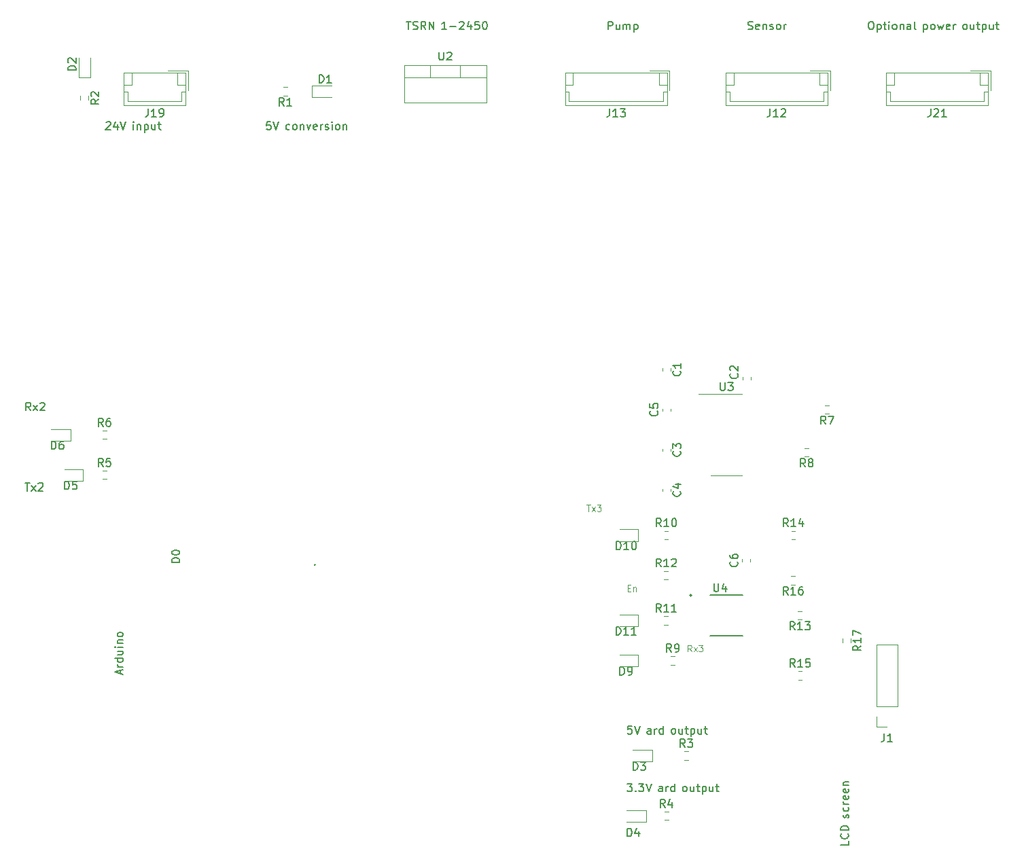
<source format=gbr>
%TF.GenerationSoftware,KiCad,Pcbnew,(7.0.0)*%
%TF.CreationDate,2023-11-10T08:28:01+01:00*%
%TF.ProjectId,AbuDhabi_ElectronBeam,41627544-6861-4626-995f-456c65637472,rev?*%
%TF.SameCoordinates,PXa6e49c0PYcef2840*%
%TF.FileFunction,Legend,Top*%
%TF.FilePolarity,Positive*%
%FSLAX46Y46*%
G04 Gerber Fmt 4.6, Leading zero omitted, Abs format (unit mm)*
G04 Created by KiCad (PCBNEW (7.0.0)) date 2023-11-10 08:28:01*
%MOMM*%
%LPD*%
G01*
G04 APERTURE LIST*
%ADD10C,0.150000*%
%ADD11C,0.100000*%
%ADD12C,0.120000*%
%ADD13C,0.127000*%
%ADD14C,0.200000*%
G04 APERTURE END LIST*
D10*
X16996666Y57377477D02*
X16996666Y57853667D01*
X17282380Y57282239D02*
X16282380Y57615572D01*
X16282380Y57615572D02*
X17282380Y57948905D01*
X17282380Y58282239D02*
X16615714Y58282239D01*
X16806190Y58282239D02*
X16710952Y58329858D01*
X16710952Y58329858D02*
X16663333Y58377477D01*
X16663333Y58377477D02*
X16615714Y58472715D01*
X16615714Y58472715D02*
X16615714Y58567953D01*
X17282380Y59329858D02*
X16282380Y59329858D01*
X17234761Y59329858D02*
X17282380Y59234620D01*
X17282380Y59234620D02*
X17282380Y59044144D01*
X17282380Y59044144D02*
X17234761Y58948906D01*
X17234761Y58948906D02*
X17187142Y58901287D01*
X17187142Y58901287D02*
X17091904Y58853668D01*
X17091904Y58853668D02*
X16806190Y58853668D01*
X16806190Y58853668D02*
X16710952Y58901287D01*
X16710952Y58901287D02*
X16663333Y58948906D01*
X16663333Y58948906D02*
X16615714Y59044144D01*
X16615714Y59044144D02*
X16615714Y59234620D01*
X16615714Y59234620D02*
X16663333Y59329858D01*
X16615714Y60234620D02*
X17282380Y60234620D01*
X16615714Y59806049D02*
X17139523Y59806049D01*
X17139523Y59806049D02*
X17234761Y59853668D01*
X17234761Y59853668D02*
X17282380Y59948906D01*
X17282380Y59948906D02*
X17282380Y60091763D01*
X17282380Y60091763D02*
X17234761Y60187001D01*
X17234761Y60187001D02*
X17187142Y60234620D01*
X17282380Y60710811D02*
X16615714Y60710811D01*
X16282380Y60710811D02*
X16330000Y60663192D01*
X16330000Y60663192D02*
X16377619Y60710811D01*
X16377619Y60710811D02*
X16330000Y60758430D01*
X16330000Y60758430D02*
X16282380Y60710811D01*
X16282380Y60710811D02*
X16377619Y60710811D01*
X16615714Y61187001D02*
X17282380Y61187001D01*
X16710952Y61187001D02*
X16663333Y61234620D01*
X16663333Y61234620D02*
X16615714Y61329858D01*
X16615714Y61329858D02*
X16615714Y61472715D01*
X16615714Y61472715D02*
X16663333Y61567953D01*
X16663333Y61567953D02*
X16758571Y61615572D01*
X16758571Y61615572D02*
X17282380Y61615572D01*
X17282380Y62234620D02*
X17234761Y62139382D01*
X17234761Y62139382D02*
X17187142Y62091763D01*
X17187142Y62091763D02*
X17091904Y62044144D01*
X17091904Y62044144D02*
X16806190Y62044144D01*
X16806190Y62044144D02*
X16710952Y62091763D01*
X16710952Y62091763D02*
X16663333Y62139382D01*
X16663333Y62139382D02*
X16615714Y62234620D01*
X16615714Y62234620D02*
X16615714Y62377477D01*
X16615714Y62377477D02*
X16663333Y62472715D01*
X16663333Y62472715D02*
X16710952Y62520334D01*
X16710952Y62520334D02*
X16806190Y62567953D01*
X16806190Y62567953D02*
X17091904Y62567953D01*
X17091904Y62567953D02*
X17187142Y62520334D01*
X17187142Y62520334D02*
X17234761Y62472715D01*
X17234761Y62472715D02*
X17282380Y62377477D01*
X17282380Y62377477D02*
X17282380Y62234620D01*
X107735380Y36563286D02*
X107735380Y36087096D01*
X107735380Y36087096D02*
X106735380Y36087096D01*
X107640142Y37468048D02*
X107687761Y37420429D01*
X107687761Y37420429D02*
X107735380Y37277572D01*
X107735380Y37277572D02*
X107735380Y37182334D01*
X107735380Y37182334D02*
X107687761Y37039477D01*
X107687761Y37039477D02*
X107592523Y36944239D01*
X107592523Y36944239D02*
X107497285Y36896620D01*
X107497285Y36896620D02*
X107306809Y36849001D01*
X107306809Y36849001D02*
X107163952Y36849001D01*
X107163952Y36849001D02*
X106973476Y36896620D01*
X106973476Y36896620D02*
X106878238Y36944239D01*
X106878238Y36944239D02*
X106783000Y37039477D01*
X106783000Y37039477D02*
X106735380Y37182334D01*
X106735380Y37182334D02*
X106735380Y37277572D01*
X106735380Y37277572D02*
X106783000Y37420429D01*
X106783000Y37420429D02*
X106830619Y37468048D01*
X107735380Y37896620D02*
X106735380Y37896620D01*
X106735380Y37896620D02*
X106735380Y38134715D01*
X106735380Y38134715D02*
X106783000Y38277572D01*
X106783000Y38277572D02*
X106878238Y38372810D01*
X106878238Y38372810D02*
X106973476Y38420429D01*
X106973476Y38420429D02*
X107163952Y38468048D01*
X107163952Y38468048D02*
X107306809Y38468048D01*
X107306809Y38468048D02*
X107497285Y38420429D01*
X107497285Y38420429D02*
X107592523Y38372810D01*
X107592523Y38372810D02*
X107687761Y38277572D01*
X107687761Y38277572D02*
X107735380Y38134715D01*
X107735380Y38134715D02*
X107735380Y37896620D01*
X107687761Y39449001D02*
X107735380Y39544239D01*
X107735380Y39544239D02*
X107735380Y39734715D01*
X107735380Y39734715D02*
X107687761Y39829953D01*
X107687761Y39829953D02*
X107592523Y39877572D01*
X107592523Y39877572D02*
X107544904Y39877572D01*
X107544904Y39877572D02*
X107449666Y39829953D01*
X107449666Y39829953D02*
X107402047Y39734715D01*
X107402047Y39734715D02*
X107402047Y39591858D01*
X107402047Y39591858D02*
X107354428Y39496620D01*
X107354428Y39496620D02*
X107259190Y39449001D01*
X107259190Y39449001D02*
X107211571Y39449001D01*
X107211571Y39449001D02*
X107116333Y39496620D01*
X107116333Y39496620D02*
X107068714Y39591858D01*
X107068714Y39591858D02*
X107068714Y39734715D01*
X107068714Y39734715D02*
X107116333Y39829953D01*
X107687761Y40734715D02*
X107735380Y40639477D01*
X107735380Y40639477D02*
X107735380Y40449001D01*
X107735380Y40449001D02*
X107687761Y40353763D01*
X107687761Y40353763D02*
X107640142Y40306144D01*
X107640142Y40306144D02*
X107544904Y40258525D01*
X107544904Y40258525D02*
X107259190Y40258525D01*
X107259190Y40258525D02*
X107163952Y40306144D01*
X107163952Y40306144D02*
X107116333Y40353763D01*
X107116333Y40353763D02*
X107068714Y40449001D01*
X107068714Y40449001D02*
X107068714Y40639477D01*
X107068714Y40639477D02*
X107116333Y40734715D01*
X107735380Y41163287D02*
X107068714Y41163287D01*
X107259190Y41163287D02*
X107163952Y41210906D01*
X107163952Y41210906D02*
X107116333Y41258525D01*
X107116333Y41258525D02*
X107068714Y41353763D01*
X107068714Y41353763D02*
X107068714Y41449001D01*
X107687761Y42163287D02*
X107735380Y42068049D01*
X107735380Y42068049D02*
X107735380Y41877573D01*
X107735380Y41877573D02*
X107687761Y41782335D01*
X107687761Y41782335D02*
X107592523Y41734716D01*
X107592523Y41734716D02*
X107211571Y41734716D01*
X107211571Y41734716D02*
X107116333Y41782335D01*
X107116333Y41782335D02*
X107068714Y41877573D01*
X107068714Y41877573D02*
X107068714Y42068049D01*
X107068714Y42068049D02*
X107116333Y42163287D01*
X107116333Y42163287D02*
X107211571Y42210906D01*
X107211571Y42210906D02*
X107306809Y42210906D01*
X107306809Y42210906D02*
X107402047Y41734716D01*
X107687761Y43020430D02*
X107735380Y42925192D01*
X107735380Y42925192D02*
X107735380Y42734716D01*
X107735380Y42734716D02*
X107687761Y42639478D01*
X107687761Y42639478D02*
X107592523Y42591859D01*
X107592523Y42591859D02*
X107211571Y42591859D01*
X107211571Y42591859D02*
X107116333Y42639478D01*
X107116333Y42639478D02*
X107068714Y42734716D01*
X107068714Y42734716D02*
X107068714Y42925192D01*
X107068714Y42925192D02*
X107116333Y43020430D01*
X107116333Y43020430D02*
X107211571Y43068049D01*
X107211571Y43068049D02*
X107306809Y43068049D01*
X107306809Y43068049D02*
X107402047Y42591859D01*
X107068714Y43496621D02*
X107735380Y43496621D01*
X107163952Y43496621D02*
X107116333Y43544240D01*
X107116333Y43544240D02*
X107068714Y43639478D01*
X107068714Y43639478D02*
X107068714Y43782335D01*
X107068714Y43782335D02*
X107116333Y43877573D01*
X107116333Y43877573D02*
X107211571Y43925192D01*
X107211571Y43925192D02*
X107735380Y43925192D01*
X5095238Y81217620D02*
X5666666Y81217620D01*
X5380952Y80217620D02*
X5380952Y81217620D01*
X5904762Y80217620D02*
X6428571Y80884286D01*
X5904762Y80884286D02*
X6428571Y80217620D01*
X6761905Y81122381D02*
X6809524Y81170000D01*
X6809524Y81170000D02*
X6904762Y81217620D01*
X6904762Y81217620D02*
X7142857Y81217620D01*
X7142857Y81217620D02*
X7238095Y81170000D01*
X7238095Y81170000D02*
X7285714Y81122381D01*
X7285714Y81122381D02*
X7333333Y81027143D01*
X7333333Y81027143D02*
X7333333Y80931905D01*
X7333333Y80931905D02*
X7285714Y80789048D01*
X7285714Y80789048D02*
X6714286Y80217620D01*
X6714286Y80217620D02*
X7333333Y80217620D01*
D11*
X88147619Y60174096D02*
X87880952Y60555048D01*
X87690476Y60174096D02*
X87690476Y60974096D01*
X87690476Y60974096D02*
X87995238Y60974096D01*
X87995238Y60974096D02*
X88071428Y60936000D01*
X88071428Y60936000D02*
X88109523Y60897905D01*
X88109523Y60897905D02*
X88147619Y60821715D01*
X88147619Y60821715D02*
X88147619Y60707429D01*
X88147619Y60707429D02*
X88109523Y60631239D01*
X88109523Y60631239D02*
X88071428Y60593143D01*
X88071428Y60593143D02*
X87995238Y60555048D01*
X87995238Y60555048D02*
X87690476Y60555048D01*
X88414285Y60174096D02*
X88833333Y60707429D01*
X88414285Y60707429D02*
X88833333Y60174096D01*
X89061904Y60974096D02*
X89557142Y60974096D01*
X89557142Y60974096D02*
X89290476Y60669334D01*
X89290476Y60669334D02*
X89404761Y60669334D01*
X89404761Y60669334D02*
X89480952Y60631239D01*
X89480952Y60631239D02*
X89519047Y60593143D01*
X89519047Y60593143D02*
X89557142Y60516953D01*
X89557142Y60516953D02*
X89557142Y60326477D01*
X89557142Y60326477D02*
X89519047Y60250286D01*
X89519047Y60250286D02*
X89480952Y60212191D01*
X89480952Y60212191D02*
X89404761Y60174096D01*
X89404761Y60174096D02*
X89176190Y60174096D01*
X89176190Y60174096D02*
X89099999Y60212191D01*
X89099999Y60212191D02*
X89061904Y60250286D01*
X75076190Y78474096D02*
X75533333Y78474096D01*
X75304761Y77674096D02*
X75304761Y78474096D01*
X75723809Y77674096D02*
X76142857Y78207429D01*
X75723809Y78207429D02*
X76142857Y77674096D01*
X76371428Y78474096D02*
X76866666Y78474096D01*
X76866666Y78474096D02*
X76600000Y78169334D01*
X76600000Y78169334D02*
X76714285Y78169334D01*
X76714285Y78169334D02*
X76790476Y78131239D01*
X76790476Y78131239D02*
X76828571Y78093143D01*
X76828571Y78093143D02*
X76866666Y78016953D01*
X76866666Y78016953D02*
X76866666Y77826477D01*
X76866666Y77826477D02*
X76828571Y77750286D01*
X76828571Y77750286D02*
X76790476Y77712191D01*
X76790476Y77712191D02*
X76714285Y77674096D01*
X76714285Y77674096D02*
X76485714Y77674096D01*
X76485714Y77674096D02*
X76409523Y77712191D01*
X76409523Y77712191D02*
X76371428Y77750286D01*
D10*
X15190476Y126122381D02*
X15238095Y126170000D01*
X15238095Y126170000D02*
X15333333Y126217620D01*
X15333333Y126217620D02*
X15571428Y126217620D01*
X15571428Y126217620D02*
X15666666Y126170000D01*
X15666666Y126170000D02*
X15714285Y126122381D01*
X15714285Y126122381D02*
X15761904Y126027143D01*
X15761904Y126027143D02*
X15761904Y125931905D01*
X15761904Y125931905D02*
X15714285Y125789048D01*
X15714285Y125789048D02*
X15142857Y125217620D01*
X15142857Y125217620D02*
X15761904Y125217620D01*
X16619047Y125884286D02*
X16619047Y125217620D01*
X16380952Y126265239D02*
X16142857Y125550953D01*
X16142857Y125550953D02*
X16761904Y125550953D01*
X17000000Y126217620D02*
X17333333Y125217620D01*
X17333333Y125217620D02*
X17666666Y126217620D01*
X18600000Y125217620D02*
X18600000Y125884286D01*
X18600000Y126217620D02*
X18552381Y126170000D01*
X18552381Y126170000D02*
X18600000Y126122381D01*
X18600000Y126122381D02*
X18647619Y126170000D01*
X18647619Y126170000D02*
X18600000Y126217620D01*
X18600000Y126217620D02*
X18600000Y126122381D01*
X19076190Y125884286D02*
X19076190Y125217620D01*
X19076190Y125789048D02*
X19123809Y125836667D01*
X19123809Y125836667D02*
X19219047Y125884286D01*
X19219047Y125884286D02*
X19361904Y125884286D01*
X19361904Y125884286D02*
X19457142Y125836667D01*
X19457142Y125836667D02*
X19504761Y125741429D01*
X19504761Y125741429D02*
X19504761Y125217620D01*
X19980952Y125884286D02*
X19980952Y124884286D01*
X19980952Y125836667D02*
X20076190Y125884286D01*
X20076190Y125884286D02*
X20266666Y125884286D01*
X20266666Y125884286D02*
X20361904Y125836667D01*
X20361904Y125836667D02*
X20409523Y125789048D01*
X20409523Y125789048D02*
X20457142Y125693810D01*
X20457142Y125693810D02*
X20457142Y125408096D01*
X20457142Y125408096D02*
X20409523Y125312858D01*
X20409523Y125312858D02*
X20361904Y125265239D01*
X20361904Y125265239D02*
X20266666Y125217620D01*
X20266666Y125217620D02*
X20076190Y125217620D01*
X20076190Y125217620D02*
X19980952Y125265239D01*
X21314285Y125884286D02*
X21314285Y125217620D01*
X20885714Y125884286D02*
X20885714Y125360477D01*
X20885714Y125360477D02*
X20933333Y125265239D01*
X20933333Y125265239D02*
X21028571Y125217620D01*
X21028571Y125217620D02*
X21171428Y125217620D01*
X21171428Y125217620D02*
X21266666Y125265239D01*
X21266666Y125265239D02*
X21314285Y125312858D01*
X21647619Y125884286D02*
X22028571Y125884286D01*
X21790476Y126217620D02*
X21790476Y125360477D01*
X21790476Y125360477D02*
X21838095Y125265239D01*
X21838095Y125265239D02*
X21933333Y125217620D01*
X21933333Y125217620D02*
X22028571Y125217620D01*
X80714285Y50904620D02*
X80238095Y50904620D01*
X80238095Y50904620D02*
X80190476Y50428429D01*
X80190476Y50428429D02*
X80238095Y50476048D01*
X80238095Y50476048D02*
X80333333Y50523667D01*
X80333333Y50523667D02*
X80571428Y50523667D01*
X80571428Y50523667D02*
X80666666Y50476048D01*
X80666666Y50476048D02*
X80714285Y50428429D01*
X80714285Y50428429D02*
X80761904Y50333191D01*
X80761904Y50333191D02*
X80761904Y50095096D01*
X80761904Y50095096D02*
X80714285Y49999858D01*
X80714285Y49999858D02*
X80666666Y49952239D01*
X80666666Y49952239D02*
X80571428Y49904620D01*
X80571428Y49904620D02*
X80333333Y49904620D01*
X80333333Y49904620D02*
X80238095Y49952239D01*
X80238095Y49952239D02*
X80190476Y49999858D01*
X81047619Y50904620D02*
X81380952Y49904620D01*
X81380952Y49904620D02*
X81714285Y50904620D01*
X83076190Y49904620D02*
X83076190Y50428429D01*
X83076190Y50428429D02*
X83028571Y50523667D01*
X83028571Y50523667D02*
X82933333Y50571286D01*
X82933333Y50571286D02*
X82742857Y50571286D01*
X82742857Y50571286D02*
X82647619Y50523667D01*
X83076190Y49952239D02*
X82980952Y49904620D01*
X82980952Y49904620D02*
X82742857Y49904620D01*
X82742857Y49904620D02*
X82647619Y49952239D01*
X82647619Y49952239D02*
X82600000Y50047477D01*
X82600000Y50047477D02*
X82600000Y50142715D01*
X82600000Y50142715D02*
X82647619Y50237953D01*
X82647619Y50237953D02*
X82742857Y50285572D01*
X82742857Y50285572D02*
X82980952Y50285572D01*
X82980952Y50285572D02*
X83076190Y50333191D01*
X83552381Y49904620D02*
X83552381Y50571286D01*
X83552381Y50380810D02*
X83600000Y50476048D01*
X83600000Y50476048D02*
X83647619Y50523667D01*
X83647619Y50523667D02*
X83742857Y50571286D01*
X83742857Y50571286D02*
X83838095Y50571286D01*
X84600000Y49904620D02*
X84600000Y50904620D01*
X84600000Y49952239D02*
X84504762Y49904620D01*
X84504762Y49904620D02*
X84314286Y49904620D01*
X84314286Y49904620D02*
X84219048Y49952239D01*
X84219048Y49952239D02*
X84171429Y49999858D01*
X84171429Y49999858D02*
X84123810Y50095096D01*
X84123810Y50095096D02*
X84123810Y50380810D01*
X84123810Y50380810D02*
X84171429Y50476048D01*
X84171429Y50476048D02*
X84219048Y50523667D01*
X84219048Y50523667D02*
X84314286Y50571286D01*
X84314286Y50571286D02*
X84504762Y50571286D01*
X84504762Y50571286D02*
X84600000Y50523667D01*
X85819048Y49904620D02*
X85723810Y49952239D01*
X85723810Y49952239D02*
X85676191Y49999858D01*
X85676191Y49999858D02*
X85628572Y50095096D01*
X85628572Y50095096D02*
X85628572Y50380810D01*
X85628572Y50380810D02*
X85676191Y50476048D01*
X85676191Y50476048D02*
X85723810Y50523667D01*
X85723810Y50523667D02*
X85819048Y50571286D01*
X85819048Y50571286D02*
X85961905Y50571286D01*
X85961905Y50571286D02*
X86057143Y50523667D01*
X86057143Y50523667D02*
X86104762Y50476048D01*
X86104762Y50476048D02*
X86152381Y50380810D01*
X86152381Y50380810D02*
X86152381Y50095096D01*
X86152381Y50095096D02*
X86104762Y49999858D01*
X86104762Y49999858D02*
X86057143Y49952239D01*
X86057143Y49952239D02*
X85961905Y49904620D01*
X85961905Y49904620D02*
X85819048Y49904620D01*
X87009524Y50571286D02*
X87009524Y49904620D01*
X86580953Y50571286D02*
X86580953Y50047477D01*
X86580953Y50047477D02*
X86628572Y49952239D01*
X86628572Y49952239D02*
X86723810Y49904620D01*
X86723810Y49904620D02*
X86866667Y49904620D01*
X86866667Y49904620D02*
X86961905Y49952239D01*
X86961905Y49952239D02*
X87009524Y49999858D01*
X87342858Y50571286D02*
X87723810Y50571286D01*
X87485715Y50904620D02*
X87485715Y50047477D01*
X87485715Y50047477D02*
X87533334Y49952239D01*
X87533334Y49952239D02*
X87628572Y49904620D01*
X87628572Y49904620D02*
X87723810Y49904620D01*
X88057144Y50571286D02*
X88057144Y49571286D01*
X88057144Y50523667D02*
X88152382Y50571286D01*
X88152382Y50571286D02*
X88342858Y50571286D01*
X88342858Y50571286D02*
X88438096Y50523667D01*
X88438096Y50523667D02*
X88485715Y50476048D01*
X88485715Y50476048D02*
X88533334Y50380810D01*
X88533334Y50380810D02*
X88533334Y50095096D01*
X88533334Y50095096D02*
X88485715Y49999858D01*
X88485715Y49999858D02*
X88438096Y49952239D01*
X88438096Y49952239D02*
X88342858Y49904620D01*
X88342858Y49904620D02*
X88152382Y49904620D01*
X88152382Y49904620D02*
X88057144Y49952239D01*
X89390477Y50571286D02*
X89390477Y49904620D01*
X88961906Y50571286D02*
X88961906Y50047477D01*
X88961906Y50047477D02*
X89009525Y49952239D01*
X89009525Y49952239D02*
X89104763Y49904620D01*
X89104763Y49904620D02*
X89247620Y49904620D01*
X89247620Y49904620D02*
X89342858Y49952239D01*
X89342858Y49952239D02*
X89390477Y49999858D01*
X89723811Y50571286D02*
X90104763Y50571286D01*
X89866668Y50904620D02*
X89866668Y50047477D01*
X89866668Y50047477D02*
X89914287Y49952239D01*
X89914287Y49952239D02*
X90009525Y49904620D01*
X90009525Y49904620D02*
X90104763Y49904620D01*
X95190476Y137765239D02*
X95333333Y137717620D01*
X95333333Y137717620D02*
X95571428Y137717620D01*
X95571428Y137717620D02*
X95666666Y137765239D01*
X95666666Y137765239D02*
X95714285Y137812858D01*
X95714285Y137812858D02*
X95761904Y137908096D01*
X95761904Y137908096D02*
X95761904Y138003334D01*
X95761904Y138003334D02*
X95714285Y138098572D01*
X95714285Y138098572D02*
X95666666Y138146191D01*
X95666666Y138146191D02*
X95571428Y138193810D01*
X95571428Y138193810D02*
X95380952Y138241429D01*
X95380952Y138241429D02*
X95285714Y138289048D01*
X95285714Y138289048D02*
X95238095Y138336667D01*
X95238095Y138336667D02*
X95190476Y138431905D01*
X95190476Y138431905D02*
X95190476Y138527143D01*
X95190476Y138527143D02*
X95238095Y138622381D01*
X95238095Y138622381D02*
X95285714Y138670000D01*
X95285714Y138670000D02*
X95380952Y138717620D01*
X95380952Y138717620D02*
X95619047Y138717620D01*
X95619047Y138717620D02*
X95761904Y138670000D01*
X96571428Y137765239D02*
X96476190Y137717620D01*
X96476190Y137717620D02*
X96285714Y137717620D01*
X96285714Y137717620D02*
X96190476Y137765239D01*
X96190476Y137765239D02*
X96142857Y137860477D01*
X96142857Y137860477D02*
X96142857Y138241429D01*
X96142857Y138241429D02*
X96190476Y138336667D01*
X96190476Y138336667D02*
X96285714Y138384286D01*
X96285714Y138384286D02*
X96476190Y138384286D01*
X96476190Y138384286D02*
X96571428Y138336667D01*
X96571428Y138336667D02*
X96619047Y138241429D01*
X96619047Y138241429D02*
X96619047Y138146191D01*
X96619047Y138146191D02*
X96142857Y138050953D01*
X97047619Y138384286D02*
X97047619Y137717620D01*
X97047619Y138289048D02*
X97095238Y138336667D01*
X97095238Y138336667D02*
X97190476Y138384286D01*
X97190476Y138384286D02*
X97333333Y138384286D01*
X97333333Y138384286D02*
X97428571Y138336667D01*
X97428571Y138336667D02*
X97476190Y138241429D01*
X97476190Y138241429D02*
X97476190Y137717620D01*
X97904762Y137765239D02*
X98000000Y137717620D01*
X98000000Y137717620D02*
X98190476Y137717620D01*
X98190476Y137717620D02*
X98285714Y137765239D01*
X98285714Y137765239D02*
X98333333Y137860477D01*
X98333333Y137860477D02*
X98333333Y137908096D01*
X98333333Y137908096D02*
X98285714Y138003334D01*
X98285714Y138003334D02*
X98190476Y138050953D01*
X98190476Y138050953D02*
X98047619Y138050953D01*
X98047619Y138050953D02*
X97952381Y138098572D01*
X97952381Y138098572D02*
X97904762Y138193810D01*
X97904762Y138193810D02*
X97904762Y138241429D01*
X97904762Y138241429D02*
X97952381Y138336667D01*
X97952381Y138336667D02*
X98047619Y138384286D01*
X98047619Y138384286D02*
X98190476Y138384286D01*
X98190476Y138384286D02*
X98285714Y138336667D01*
X98904762Y137717620D02*
X98809524Y137765239D01*
X98809524Y137765239D02*
X98761905Y137812858D01*
X98761905Y137812858D02*
X98714286Y137908096D01*
X98714286Y137908096D02*
X98714286Y138193810D01*
X98714286Y138193810D02*
X98761905Y138289048D01*
X98761905Y138289048D02*
X98809524Y138336667D01*
X98809524Y138336667D02*
X98904762Y138384286D01*
X98904762Y138384286D02*
X99047619Y138384286D01*
X99047619Y138384286D02*
X99142857Y138336667D01*
X99142857Y138336667D02*
X99190476Y138289048D01*
X99190476Y138289048D02*
X99238095Y138193810D01*
X99238095Y138193810D02*
X99238095Y137908096D01*
X99238095Y137908096D02*
X99190476Y137812858D01*
X99190476Y137812858D02*
X99142857Y137765239D01*
X99142857Y137765239D02*
X99047619Y137717620D01*
X99047619Y137717620D02*
X98904762Y137717620D01*
X99666667Y137717620D02*
X99666667Y138384286D01*
X99666667Y138193810D02*
X99714286Y138289048D01*
X99714286Y138289048D02*
X99761905Y138336667D01*
X99761905Y138336667D02*
X99857143Y138384286D01*
X99857143Y138384286D02*
X99952381Y138384286D01*
X110428571Y138717620D02*
X110619047Y138717620D01*
X110619047Y138717620D02*
X110714285Y138670000D01*
X110714285Y138670000D02*
X110809523Y138574762D01*
X110809523Y138574762D02*
X110857142Y138384286D01*
X110857142Y138384286D02*
X110857142Y138050953D01*
X110857142Y138050953D02*
X110809523Y137860477D01*
X110809523Y137860477D02*
X110714285Y137765239D01*
X110714285Y137765239D02*
X110619047Y137717620D01*
X110619047Y137717620D02*
X110428571Y137717620D01*
X110428571Y137717620D02*
X110333333Y137765239D01*
X110333333Y137765239D02*
X110238095Y137860477D01*
X110238095Y137860477D02*
X110190476Y138050953D01*
X110190476Y138050953D02*
X110190476Y138384286D01*
X110190476Y138384286D02*
X110238095Y138574762D01*
X110238095Y138574762D02*
X110333333Y138670000D01*
X110333333Y138670000D02*
X110428571Y138717620D01*
X111285714Y138384286D02*
X111285714Y137384286D01*
X111285714Y138336667D02*
X111380952Y138384286D01*
X111380952Y138384286D02*
X111571428Y138384286D01*
X111571428Y138384286D02*
X111666666Y138336667D01*
X111666666Y138336667D02*
X111714285Y138289048D01*
X111714285Y138289048D02*
X111761904Y138193810D01*
X111761904Y138193810D02*
X111761904Y137908096D01*
X111761904Y137908096D02*
X111714285Y137812858D01*
X111714285Y137812858D02*
X111666666Y137765239D01*
X111666666Y137765239D02*
X111571428Y137717620D01*
X111571428Y137717620D02*
X111380952Y137717620D01*
X111380952Y137717620D02*
X111285714Y137765239D01*
X112047619Y138384286D02*
X112428571Y138384286D01*
X112190476Y138717620D02*
X112190476Y137860477D01*
X112190476Y137860477D02*
X112238095Y137765239D01*
X112238095Y137765239D02*
X112333333Y137717620D01*
X112333333Y137717620D02*
X112428571Y137717620D01*
X112761905Y137717620D02*
X112761905Y138384286D01*
X112761905Y138717620D02*
X112714286Y138670000D01*
X112714286Y138670000D02*
X112761905Y138622381D01*
X112761905Y138622381D02*
X112809524Y138670000D01*
X112809524Y138670000D02*
X112761905Y138717620D01*
X112761905Y138717620D02*
X112761905Y138622381D01*
X113380952Y137717620D02*
X113285714Y137765239D01*
X113285714Y137765239D02*
X113238095Y137812858D01*
X113238095Y137812858D02*
X113190476Y137908096D01*
X113190476Y137908096D02*
X113190476Y138193810D01*
X113190476Y138193810D02*
X113238095Y138289048D01*
X113238095Y138289048D02*
X113285714Y138336667D01*
X113285714Y138336667D02*
X113380952Y138384286D01*
X113380952Y138384286D02*
X113523809Y138384286D01*
X113523809Y138384286D02*
X113619047Y138336667D01*
X113619047Y138336667D02*
X113666666Y138289048D01*
X113666666Y138289048D02*
X113714285Y138193810D01*
X113714285Y138193810D02*
X113714285Y137908096D01*
X113714285Y137908096D02*
X113666666Y137812858D01*
X113666666Y137812858D02*
X113619047Y137765239D01*
X113619047Y137765239D02*
X113523809Y137717620D01*
X113523809Y137717620D02*
X113380952Y137717620D01*
X114142857Y138384286D02*
X114142857Y137717620D01*
X114142857Y138289048D02*
X114190476Y138336667D01*
X114190476Y138336667D02*
X114285714Y138384286D01*
X114285714Y138384286D02*
X114428571Y138384286D01*
X114428571Y138384286D02*
X114523809Y138336667D01*
X114523809Y138336667D02*
X114571428Y138241429D01*
X114571428Y138241429D02*
X114571428Y137717620D01*
X115476190Y137717620D02*
X115476190Y138241429D01*
X115476190Y138241429D02*
X115428571Y138336667D01*
X115428571Y138336667D02*
X115333333Y138384286D01*
X115333333Y138384286D02*
X115142857Y138384286D01*
X115142857Y138384286D02*
X115047619Y138336667D01*
X115476190Y137765239D02*
X115380952Y137717620D01*
X115380952Y137717620D02*
X115142857Y137717620D01*
X115142857Y137717620D02*
X115047619Y137765239D01*
X115047619Y137765239D02*
X115000000Y137860477D01*
X115000000Y137860477D02*
X115000000Y137955715D01*
X115000000Y137955715D02*
X115047619Y138050953D01*
X115047619Y138050953D02*
X115142857Y138098572D01*
X115142857Y138098572D02*
X115380952Y138098572D01*
X115380952Y138098572D02*
X115476190Y138146191D01*
X116095238Y137717620D02*
X116000000Y137765239D01*
X116000000Y137765239D02*
X115952381Y137860477D01*
X115952381Y137860477D02*
X115952381Y138717620D01*
X117076191Y138384286D02*
X117076191Y137384286D01*
X117076191Y138336667D02*
X117171429Y138384286D01*
X117171429Y138384286D02*
X117361905Y138384286D01*
X117361905Y138384286D02*
X117457143Y138336667D01*
X117457143Y138336667D02*
X117504762Y138289048D01*
X117504762Y138289048D02*
X117552381Y138193810D01*
X117552381Y138193810D02*
X117552381Y137908096D01*
X117552381Y137908096D02*
X117504762Y137812858D01*
X117504762Y137812858D02*
X117457143Y137765239D01*
X117457143Y137765239D02*
X117361905Y137717620D01*
X117361905Y137717620D02*
X117171429Y137717620D01*
X117171429Y137717620D02*
X117076191Y137765239D01*
X118123810Y137717620D02*
X118028572Y137765239D01*
X118028572Y137765239D02*
X117980953Y137812858D01*
X117980953Y137812858D02*
X117933334Y137908096D01*
X117933334Y137908096D02*
X117933334Y138193810D01*
X117933334Y138193810D02*
X117980953Y138289048D01*
X117980953Y138289048D02*
X118028572Y138336667D01*
X118028572Y138336667D02*
X118123810Y138384286D01*
X118123810Y138384286D02*
X118266667Y138384286D01*
X118266667Y138384286D02*
X118361905Y138336667D01*
X118361905Y138336667D02*
X118409524Y138289048D01*
X118409524Y138289048D02*
X118457143Y138193810D01*
X118457143Y138193810D02*
X118457143Y137908096D01*
X118457143Y137908096D02*
X118409524Y137812858D01*
X118409524Y137812858D02*
X118361905Y137765239D01*
X118361905Y137765239D02*
X118266667Y137717620D01*
X118266667Y137717620D02*
X118123810Y137717620D01*
X118790477Y138384286D02*
X118980953Y137717620D01*
X118980953Y137717620D02*
X119171429Y138193810D01*
X119171429Y138193810D02*
X119361905Y137717620D01*
X119361905Y137717620D02*
X119552381Y138384286D01*
X120314286Y137765239D02*
X120219048Y137717620D01*
X120219048Y137717620D02*
X120028572Y137717620D01*
X120028572Y137717620D02*
X119933334Y137765239D01*
X119933334Y137765239D02*
X119885715Y137860477D01*
X119885715Y137860477D02*
X119885715Y138241429D01*
X119885715Y138241429D02*
X119933334Y138336667D01*
X119933334Y138336667D02*
X120028572Y138384286D01*
X120028572Y138384286D02*
X120219048Y138384286D01*
X120219048Y138384286D02*
X120314286Y138336667D01*
X120314286Y138336667D02*
X120361905Y138241429D01*
X120361905Y138241429D02*
X120361905Y138146191D01*
X120361905Y138146191D02*
X119885715Y138050953D01*
X120790477Y137717620D02*
X120790477Y138384286D01*
X120790477Y138193810D02*
X120838096Y138289048D01*
X120838096Y138289048D02*
X120885715Y138336667D01*
X120885715Y138336667D02*
X120980953Y138384286D01*
X120980953Y138384286D02*
X121076191Y138384286D01*
X122152382Y137717620D02*
X122057144Y137765239D01*
X122057144Y137765239D02*
X122009525Y137812858D01*
X122009525Y137812858D02*
X121961906Y137908096D01*
X121961906Y137908096D02*
X121961906Y138193810D01*
X121961906Y138193810D02*
X122009525Y138289048D01*
X122009525Y138289048D02*
X122057144Y138336667D01*
X122057144Y138336667D02*
X122152382Y138384286D01*
X122152382Y138384286D02*
X122295239Y138384286D01*
X122295239Y138384286D02*
X122390477Y138336667D01*
X122390477Y138336667D02*
X122438096Y138289048D01*
X122438096Y138289048D02*
X122485715Y138193810D01*
X122485715Y138193810D02*
X122485715Y137908096D01*
X122485715Y137908096D02*
X122438096Y137812858D01*
X122438096Y137812858D02*
X122390477Y137765239D01*
X122390477Y137765239D02*
X122295239Y137717620D01*
X122295239Y137717620D02*
X122152382Y137717620D01*
X123342858Y138384286D02*
X123342858Y137717620D01*
X122914287Y138384286D02*
X122914287Y137860477D01*
X122914287Y137860477D02*
X122961906Y137765239D01*
X122961906Y137765239D02*
X123057144Y137717620D01*
X123057144Y137717620D02*
X123200001Y137717620D01*
X123200001Y137717620D02*
X123295239Y137765239D01*
X123295239Y137765239D02*
X123342858Y137812858D01*
X123676192Y138384286D02*
X124057144Y138384286D01*
X123819049Y138717620D02*
X123819049Y137860477D01*
X123819049Y137860477D02*
X123866668Y137765239D01*
X123866668Y137765239D02*
X123961906Y137717620D01*
X123961906Y137717620D02*
X124057144Y137717620D01*
X124390478Y138384286D02*
X124390478Y137384286D01*
X124390478Y138336667D02*
X124485716Y138384286D01*
X124485716Y138384286D02*
X124676192Y138384286D01*
X124676192Y138384286D02*
X124771430Y138336667D01*
X124771430Y138336667D02*
X124819049Y138289048D01*
X124819049Y138289048D02*
X124866668Y138193810D01*
X124866668Y138193810D02*
X124866668Y137908096D01*
X124866668Y137908096D02*
X124819049Y137812858D01*
X124819049Y137812858D02*
X124771430Y137765239D01*
X124771430Y137765239D02*
X124676192Y137717620D01*
X124676192Y137717620D02*
X124485716Y137717620D01*
X124485716Y137717620D02*
X124390478Y137765239D01*
X125723811Y138384286D02*
X125723811Y137717620D01*
X125295240Y138384286D02*
X125295240Y137860477D01*
X125295240Y137860477D02*
X125342859Y137765239D01*
X125342859Y137765239D02*
X125438097Y137717620D01*
X125438097Y137717620D02*
X125580954Y137717620D01*
X125580954Y137717620D02*
X125676192Y137765239D01*
X125676192Y137765239D02*
X125723811Y137812858D01*
X126057145Y138384286D02*
X126438097Y138384286D01*
X126200002Y138717620D02*
X126200002Y137860477D01*
X126200002Y137860477D02*
X126247621Y137765239D01*
X126247621Y137765239D02*
X126342859Y137717620D01*
X126342859Y137717620D02*
X126438097Y137717620D01*
X35714285Y126217620D02*
X35238095Y126217620D01*
X35238095Y126217620D02*
X35190476Y125741429D01*
X35190476Y125741429D02*
X35238095Y125789048D01*
X35238095Y125789048D02*
X35333333Y125836667D01*
X35333333Y125836667D02*
X35571428Y125836667D01*
X35571428Y125836667D02*
X35666666Y125789048D01*
X35666666Y125789048D02*
X35714285Y125741429D01*
X35714285Y125741429D02*
X35761904Y125646191D01*
X35761904Y125646191D02*
X35761904Y125408096D01*
X35761904Y125408096D02*
X35714285Y125312858D01*
X35714285Y125312858D02*
X35666666Y125265239D01*
X35666666Y125265239D02*
X35571428Y125217620D01*
X35571428Y125217620D02*
X35333333Y125217620D01*
X35333333Y125217620D02*
X35238095Y125265239D01*
X35238095Y125265239D02*
X35190476Y125312858D01*
X36047619Y126217620D02*
X36380952Y125217620D01*
X36380952Y125217620D02*
X36714285Y126217620D01*
X38076190Y125265239D02*
X37980952Y125217620D01*
X37980952Y125217620D02*
X37790476Y125217620D01*
X37790476Y125217620D02*
X37695238Y125265239D01*
X37695238Y125265239D02*
X37647619Y125312858D01*
X37647619Y125312858D02*
X37600000Y125408096D01*
X37600000Y125408096D02*
X37600000Y125693810D01*
X37600000Y125693810D02*
X37647619Y125789048D01*
X37647619Y125789048D02*
X37695238Y125836667D01*
X37695238Y125836667D02*
X37790476Y125884286D01*
X37790476Y125884286D02*
X37980952Y125884286D01*
X37980952Y125884286D02*
X38076190Y125836667D01*
X38647619Y125217620D02*
X38552381Y125265239D01*
X38552381Y125265239D02*
X38504762Y125312858D01*
X38504762Y125312858D02*
X38457143Y125408096D01*
X38457143Y125408096D02*
X38457143Y125693810D01*
X38457143Y125693810D02*
X38504762Y125789048D01*
X38504762Y125789048D02*
X38552381Y125836667D01*
X38552381Y125836667D02*
X38647619Y125884286D01*
X38647619Y125884286D02*
X38790476Y125884286D01*
X38790476Y125884286D02*
X38885714Y125836667D01*
X38885714Y125836667D02*
X38933333Y125789048D01*
X38933333Y125789048D02*
X38980952Y125693810D01*
X38980952Y125693810D02*
X38980952Y125408096D01*
X38980952Y125408096D02*
X38933333Y125312858D01*
X38933333Y125312858D02*
X38885714Y125265239D01*
X38885714Y125265239D02*
X38790476Y125217620D01*
X38790476Y125217620D02*
X38647619Y125217620D01*
X39409524Y125884286D02*
X39409524Y125217620D01*
X39409524Y125789048D02*
X39457143Y125836667D01*
X39457143Y125836667D02*
X39552381Y125884286D01*
X39552381Y125884286D02*
X39695238Y125884286D01*
X39695238Y125884286D02*
X39790476Y125836667D01*
X39790476Y125836667D02*
X39838095Y125741429D01*
X39838095Y125741429D02*
X39838095Y125217620D01*
X40219048Y125884286D02*
X40457143Y125217620D01*
X40457143Y125217620D02*
X40695238Y125884286D01*
X41457143Y125265239D02*
X41361905Y125217620D01*
X41361905Y125217620D02*
X41171429Y125217620D01*
X41171429Y125217620D02*
X41076191Y125265239D01*
X41076191Y125265239D02*
X41028572Y125360477D01*
X41028572Y125360477D02*
X41028572Y125741429D01*
X41028572Y125741429D02*
X41076191Y125836667D01*
X41076191Y125836667D02*
X41171429Y125884286D01*
X41171429Y125884286D02*
X41361905Y125884286D01*
X41361905Y125884286D02*
X41457143Y125836667D01*
X41457143Y125836667D02*
X41504762Y125741429D01*
X41504762Y125741429D02*
X41504762Y125646191D01*
X41504762Y125646191D02*
X41028572Y125550953D01*
X41933334Y125217620D02*
X41933334Y125884286D01*
X41933334Y125693810D02*
X41980953Y125789048D01*
X41980953Y125789048D02*
X42028572Y125836667D01*
X42028572Y125836667D02*
X42123810Y125884286D01*
X42123810Y125884286D02*
X42219048Y125884286D01*
X42504763Y125265239D02*
X42600001Y125217620D01*
X42600001Y125217620D02*
X42790477Y125217620D01*
X42790477Y125217620D02*
X42885715Y125265239D01*
X42885715Y125265239D02*
X42933334Y125360477D01*
X42933334Y125360477D02*
X42933334Y125408096D01*
X42933334Y125408096D02*
X42885715Y125503334D01*
X42885715Y125503334D02*
X42790477Y125550953D01*
X42790477Y125550953D02*
X42647620Y125550953D01*
X42647620Y125550953D02*
X42552382Y125598572D01*
X42552382Y125598572D02*
X42504763Y125693810D01*
X42504763Y125693810D02*
X42504763Y125741429D01*
X42504763Y125741429D02*
X42552382Y125836667D01*
X42552382Y125836667D02*
X42647620Y125884286D01*
X42647620Y125884286D02*
X42790477Y125884286D01*
X42790477Y125884286D02*
X42885715Y125836667D01*
X43361906Y125217620D02*
X43361906Y125884286D01*
X43361906Y126217620D02*
X43314287Y126170000D01*
X43314287Y126170000D02*
X43361906Y126122381D01*
X43361906Y126122381D02*
X43409525Y126170000D01*
X43409525Y126170000D02*
X43361906Y126217620D01*
X43361906Y126217620D02*
X43361906Y126122381D01*
X43980953Y125217620D02*
X43885715Y125265239D01*
X43885715Y125265239D02*
X43838096Y125312858D01*
X43838096Y125312858D02*
X43790477Y125408096D01*
X43790477Y125408096D02*
X43790477Y125693810D01*
X43790477Y125693810D02*
X43838096Y125789048D01*
X43838096Y125789048D02*
X43885715Y125836667D01*
X43885715Y125836667D02*
X43980953Y125884286D01*
X43980953Y125884286D02*
X44123810Y125884286D01*
X44123810Y125884286D02*
X44219048Y125836667D01*
X44219048Y125836667D02*
X44266667Y125789048D01*
X44266667Y125789048D02*
X44314286Y125693810D01*
X44314286Y125693810D02*
X44314286Y125408096D01*
X44314286Y125408096D02*
X44266667Y125312858D01*
X44266667Y125312858D02*
X44219048Y125265239D01*
X44219048Y125265239D02*
X44123810Y125217620D01*
X44123810Y125217620D02*
X43980953Y125217620D01*
X44742858Y125884286D02*
X44742858Y125217620D01*
X44742858Y125789048D02*
X44790477Y125836667D01*
X44790477Y125836667D02*
X44885715Y125884286D01*
X44885715Y125884286D02*
X45028572Y125884286D01*
X45028572Y125884286D02*
X45123810Y125836667D01*
X45123810Y125836667D02*
X45171429Y125741429D01*
X45171429Y125741429D02*
X45171429Y125217620D01*
X77738095Y137717620D02*
X77738095Y138717620D01*
X77738095Y138717620D02*
X78119047Y138717620D01*
X78119047Y138717620D02*
X78214285Y138670000D01*
X78214285Y138670000D02*
X78261904Y138622381D01*
X78261904Y138622381D02*
X78309523Y138527143D01*
X78309523Y138527143D02*
X78309523Y138384286D01*
X78309523Y138384286D02*
X78261904Y138289048D01*
X78261904Y138289048D02*
X78214285Y138241429D01*
X78214285Y138241429D02*
X78119047Y138193810D01*
X78119047Y138193810D02*
X77738095Y138193810D01*
X79166666Y138384286D02*
X79166666Y137717620D01*
X78738095Y138384286D02*
X78738095Y137860477D01*
X78738095Y137860477D02*
X78785714Y137765239D01*
X78785714Y137765239D02*
X78880952Y137717620D01*
X78880952Y137717620D02*
X79023809Y137717620D01*
X79023809Y137717620D02*
X79119047Y137765239D01*
X79119047Y137765239D02*
X79166666Y137812858D01*
X79642857Y137717620D02*
X79642857Y138384286D01*
X79642857Y138289048D02*
X79690476Y138336667D01*
X79690476Y138336667D02*
X79785714Y138384286D01*
X79785714Y138384286D02*
X79928571Y138384286D01*
X79928571Y138384286D02*
X80023809Y138336667D01*
X80023809Y138336667D02*
X80071428Y138241429D01*
X80071428Y138241429D02*
X80071428Y137717620D01*
X80071428Y138241429D02*
X80119047Y138336667D01*
X80119047Y138336667D02*
X80214285Y138384286D01*
X80214285Y138384286D02*
X80357142Y138384286D01*
X80357142Y138384286D02*
X80452381Y138336667D01*
X80452381Y138336667D02*
X80500000Y138241429D01*
X80500000Y138241429D02*
X80500000Y137717620D01*
X80976190Y138384286D02*
X80976190Y137384286D01*
X80976190Y138336667D02*
X81071428Y138384286D01*
X81071428Y138384286D02*
X81261904Y138384286D01*
X81261904Y138384286D02*
X81357142Y138336667D01*
X81357142Y138336667D02*
X81404761Y138289048D01*
X81404761Y138289048D02*
X81452380Y138193810D01*
X81452380Y138193810D02*
X81452380Y137908096D01*
X81452380Y137908096D02*
X81404761Y137812858D01*
X81404761Y137812858D02*
X81357142Y137765239D01*
X81357142Y137765239D02*
X81261904Y137717620D01*
X81261904Y137717620D02*
X81071428Y137717620D01*
X81071428Y137717620D02*
X80976190Y137765239D01*
D11*
X80190476Y68093143D02*
X80457142Y68093143D01*
X80571428Y67674096D02*
X80190476Y67674096D01*
X80190476Y67674096D02*
X80190476Y68474096D01*
X80190476Y68474096D02*
X80571428Y68474096D01*
X80914286Y68207429D02*
X80914286Y67674096D01*
X80914286Y68131239D02*
X80952381Y68169334D01*
X80952381Y68169334D02*
X81028571Y68207429D01*
X81028571Y68207429D02*
X81142857Y68207429D01*
X81142857Y68207429D02*
X81219048Y68169334D01*
X81219048Y68169334D02*
X81257143Y68093143D01*
X81257143Y68093143D02*
X81257143Y67674096D01*
D10*
X80142857Y43717620D02*
X80761904Y43717620D01*
X80761904Y43717620D02*
X80428571Y43336667D01*
X80428571Y43336667D02*
X80571428Y43336667D01*
X80571428Y43336667D02*
X80666666Y43289048D01*
X80666666Y43289048D02*
X80714285Y43241429D01*
X80714285Y43241429D02*
X80761904Y43146191D01*
X80761904Y43146191D02*
X80761904Y42908096D01*
X80761904Y42908096D02*
X80714285Y42812858D01*
X80714285Y42812858D02*
X80666666Y42765239D01*
X80666666Y42765239D02*
X80571428Y42717620D01*
X80571428Y42717620D02*
X80285714Y42717620D01*
X80285714Y42717620D02*
X80190476Y42765239D01*
X80190476Y42765239D02*
X80142857Y42812858D01*
X81190476Y42812858D02*
X81238095Y42765239D01*
X81238095Y42765239D02*
X81190476Y42717620D01*
X81190476Y42717620D02*
X81142857Y42765239D01*
X81142857Y42765239D02*
X81190476Y42812858D01*
X81190476Y42812858D02*
X81190476Y42717620D01*
X81571428Y43717620D02*
X82190475Y43717620D01*
X82190475Y43717620D02*
X81857142Y43336667D01*
X81857142Y43336667D02*
X81999999Y43336667D01*
X81999999Y43336667D02*
X82095237Y43289048D01*
X82095237Y43289048D02*
X82142856Y43241429D01*
X82142856Y43241429D02*
X82190475Y43146191D01*
X82190475Y43146191D02*
X82190475Y42908096D01*
X82190475Y42908096D02*
X82142856Y42812858D01*
X82142856Y42812858D02*
X82095237Y42765239D01*
X82095237Y42765239D02*
X81999999Y42717620D01*
X81999999Y42717620D02*
X81714285Y42717620D01*
X81714285Y42717620D02*
X81619047Y42765239D01*
X81619047Y42765239D02*
X81571428Y42812858D01*
X82476190Y43717620D02*
X82809523Y42717620D01*
X82809523Y42717620D02*
X83142856Y43717620D01*
X84504761Y42717620D02*
X84504761Y43241429D01*
X84504761Y43241429D02*
X84457142Y43336667D01*
X84457142Y43336667D02*
X84361904Y43384286D01*
X84361904Y43384286D02*
X84171428Y43384286D01*
X84171428Y43384286D02*
X84076190Y43336667D01*
X84504761Y42765239D02*
X84409523Y42717620D01*
X84409523Y42717620D02*
X84171428Y42717620D01*
X84171428Y42717620D02*
X84076190Y42765239D01*
X84076190Y42765239D02*
X84028571Y42860477D01*
X84028571Y42860477D02*
X84028571Y42955715D01*
X84028571Y42955715D02*
X84076190Y43050953D01*
X84076190Y43050953D02*
X84171428Y43098572D01*
X84171428Y43098572D02*
X84409523Y43098572D01*
X84409523Y43098572D02*
X84504761Y43146191D01*
X84980952Y42717620D02*
X84980952Y43384286D01*
X84980952Y43193810D02*
X85028571Y43289048D01*
X85028571Y43289048D02*
X85076190Y43336667D01*
X85076190Y43336667D02*
X85171428Y43384286D01*
X85171428Y43384286D02*
X85266666Y43384286D01*
X86028571Y42717620D02*
X86028571Y43717620D01*
X86028571Y42765239D02*
X85933333Y42717620D01*
X85933333Y42717620D02*
X85742857Y42717620D01*
X85742857Y42717620D02*
X85647619Y42765239D01*
X85647619Y42765239D02*
X85600000Y42812858D01*
X85600000Y42812858D02*
X85552381Y42908096D01*
X85552381Y42908096D02*
X85552381Y43193810D01*
X85552381Y43193810D02*
X85600000Y43289048D01*
X85600000Y43289048D02*
X85647619Y43336667D01*
X85647619Y43336667D02*
X85742857Y43384286D01*
X85742857Y43384286D02*
X85933333Y43384286D01*
X85933333Y43384286D02*
X86028571Y43336667D01*
X87247619Y42717620D02*
X87152381Y42765239D01*
X87152381Y42765239D02*
X87104762Y42812858D01*
X87104762Y42812858D02*
X87057143Y42908096D01*
X87057143Y42908096D02*
X87057143Y43193810D01*
X87057143Y43193810D02*
X87104762Y43289048D01*
X87104762Y43289048D02*
X87152381Y43336667D01*
X87152381Y43336667D02*
X87247619Y43384286D01*
X87247619Y43384286D02*
X87390476Y43384286D01*
X87390476Y43384286D02*
X87485714Y43336667D01*
X87485714Y43336667D02*
X87533333Y43289048D01*
X87533333Y43289048D02*
X87580952Y43193810D01*
X87580952Y43193810D02*
X87580952Y42908096D01*
X87580952Y42908096D02*
X87533333Y42812858D01*
X87533333Y42812858D02*
X87485714Y42765239D01*
X87485714Y42765239D02*
X87390476Y42717620D01*
X87390476Y42717620D02*
X87247619Y42717620D01*
X88438095Y43384286D02*
X88438095Y42717620D01*
X88009524Y43384286D02*
X88009524Y42860477D01*
X88009524Y42860477D02*
X88057143Y42765239D01*
X88057143Y42765239D02*
X88152381Y42717620D01*
X88152381Y42717620D02*
X88295238Y42717620D01*
X88295238Y42717620D02*
X88390476Y42765239D01*
X88390476Y42765239D02*
X88438095Y42812858D01*
X88771429Y43384286D02*
X89152381Y43384286D01*
X88914286Y43717620D02*
X88914286Y42860477D01*
X88914286Y42860477D02*
X88961905Y42765239D01*
X88961905Y42765239D02*
X89057143Y42717620D01*
X89057143Y42717620D02*
X89152381Y42717620D01*
X89485715Y43384286D02*
X89485715Y42384286D01*
X89485715Y43336667D02*
X89580953Y43384286D01*
X89580953Y43384286D02*
X89771429Y43384286D01*
X89771429Y43384286D02*
X89866667Y43336667D01*
X89866667Y43336667D02*
X89914286Y43289048D01*
X89914286Y43289048D02*
X89961905Y43193810D01*
X89961905Y43193810D02*
X89961905Y42908096D01*
X89961905Y42908096D02*
X89914286Y42812858D01*
X89914286Y42812858D02*
X89866667Y42765239D01*
X89866667Y42765239D02*
X89771429Y42717620D01*
X89771429Y42717620D02*
X89580953Y42717620D01*
X89580953Y42717620D02*
X89485715Y42765239D01*
X90819048Y43384286D02*
X90819048Y42717620D01*
X90390477Y43384286D02*
X90390477Y42860477D01*
X90390477Y42860477D02*
X90438096Y42765239D01*
X90438096Y42765239D02*
X90533334Y42717620D01*
X90533334Y42717620D02*
X90676191Y42717620D01*
X90676191Y42717620D02*
X90771429Y42765239D01*
X90771429Y42765239D02*
X90819048Y42812858D01*
X91152382Y43384286D02*
X91533334Y43384286D01*
X91295239Y43717620D02*
X91295239Y42860477D01*
X91295239Y42860477D02*
X91342858Y42765239D01*
X91342858Y42765239D02*
X91438096Y42717620D01*
X91438096Y42717620D02*
X91533334Y42717620D01*
X5809523Y90217620D02*
X5476190Y90693810D01*
X5238095Y90217620D02*
X5238095Y91217620D01*
X5238095Y91217620D02*
X5619047Y91217620D01*
X5619047Y91217620D02*
X5714285Y91170000D01*
X5714285Y91170000D02*
X5761904Y91122381D01*
X5761904Y91122381D02*
X5809523Y91027143D01*
X5809523Y91027143D02*
X5809523Y90884286D01*
X5809523Y90884286D02*
X5761904Y90789048D01*
X5761904Y90789048D02*
X5714285Y90741429D01*
X5714285Y90741429D02*
X5619047Y90693810D01*
X5619047Y90693810D02*
X5238095Y90693810D01*
X6142857Y90217620D02*
X6666666Y90884286D01*
X6142857Y90884286D02*
X6666666Y90217620D01*
X7000000Y91122381D02*
X7047619Y91170000D01*
X7047619Y91170000D02*
X7142857Y91217620D01*
X7142857Y91217620D02*
X7380952Y91217620D01*
X7380952Y91217620D02*
X7476190Y91170000D01*
X7476190Y91170000D02*
X7523809Y91122381D01*
X7523809Y91122381D02*
X7571428Y91027143D01*
X7571428Y91027143D02*
X7571428Y90931905D01*
X7571428Y90931905D02*
X7523809Y90789048D01*
X7523809Y90789048D02*
X6952381Y90217620D01*
X6952381Y90217620D02*
X7571428Y90217620D01*
X52595238Y138717620D02*
X53166666Y138717620D01*
X52880952Y137717620D02*
X52880952Y138717620D01*
X53452381Y137765239D02*
X53595238Y137717620D01*
X53595238Y137717620D02*
X53833333Y137717620D01*
X53833333Y137717620D02*
X53928571Y137765239D01*
X53928571Y137765239D02*
X53976190Y137812858D01*
X53976190Y137812858D02*
X54023809Y137908096D01*
X54023809Y137908096D02*
X54023809Y138003334D01*
X54023809Y138003334D02*
X53976190Y138098572D01*
X53976190Y138098572D02*
X53928571Y138146191D01*
X53928571Y138146191D02*
X53833333Y138193810D01*
X53833333Y138193810D02*
X53642857Y138241429D01*
X53642857Y138241429D02*
X53547619Y138289048D01*
X53547619Y138289048D02*
X53500000Y138336667D01*
X53500000Y138336667D02*
X53452381Y138431905D01*
X53452381Y138431905D02*
X53452381Y138527143D01*
X53452381Y138527143D02*
X53500000Y138622381D01*
X53500000Y138622381D02*
X53547619Y138670000D01*
X53547619Y138670000D02*
X53642857Y138717620D01*
X53642857Y138717620D02*
X53880952Y138717620D01*
X53880952Y138717620D02*
X54023809Y138670000D01*
X55023809Y137717620D02*
X54690476Y138193810D01*
X54452381Y137717620D02*
X54452381Y138717620D01*
X54452381Y138717620D02*
X54833333Y138717620D01*
X54833333Y138717620D02*
X54928571Y138670000D01*
X54928571Y138670000D02*
X54976190Y138622381D01*
X54976190Y138622381D02*
X55023809Y138527143D01*
X55023809Y138527143D02*
X55023809Y138384286D01*
X55023809Y138384286D02*
X54976190Y138289048D01*
X54976190Y138289048D02*
X54928571Y138241429D01*
X54928571Y138241429D02*
X54833333Y138193810D01*
X54833333Y138193810D02*
X54452381Y138193810D01*
X55452381Y137717620D02*
X55452381Y138717620D01*
X55452381Y138717620D02*
X56023809Y137717620D01*
X56023809Y137717620D02*
X56023809Y138717620D01*
X57623809Y137717620D02*
X57052381Y137717620D01*
X57338095Y137717620D02*
X57338095Y138717620D01*
X57338095Y138717620D02*
X57242857Y138574762D01*
X57242857Y138574762D02*
X57147619Y138479524D01*
X57147619Y138479524D02*
X57052381Y138431905D01*
X58052381Y138098572D02*
X58814286Y138098572D01*
X59242857Y138622381D02*
X59290476Y138670000D01*
X59290476Y138670000D02*
X59385714Y138717620D01*
X59385714Y138717620D02*
X59623809Y138717620D01*
X59623809Y138717620D02*
X59719047Y138670000D01*
X59719047Y138670000D02*
X59766666Y138622381D01*
X59766666Y138622381D02*
X59814285Y138527143D01*
X59814285Y138527143D02*
X59814285Y138431905D01*
X59814285Y138431905D02*
X59766666Y138289048D01*
X59766666Y138289048D02*
X59195238Y137717620D01*
X59195238Y137717620D02*
X59814285Y137717620D01*
X60671428Y138384286D02*
X60671428Y137717620D01*
X60433333Y138765239D02*
X60195238Y138050953D01*
X60195238Y138050953D02*
X60814285Y138050953D01*
X61671428Y138717620D02*
X61195238Y138717620D01*
X61195238Y138717620D02*
X61147619Y138241429D01*
X61147619Y138241429D02*
X61195238Y138289048D01*
X61195238Y138289048D02*
X61290476Y138336667D01*
X61290476Y138336667D02*
X61528571Y138336667D01*
X61528571Y138336667D02*
X61623809Y138289048D01*
X61623809Y138289048D02*
X61671428Y138241429D01*
X61671428Y138241429D02*
X61719047Y138146191D01*
X61719047Y138146191D02*
X61719047Y137908096D01*
X61719047Y137908096D02*
X61671428Y137812858D01*
X61671428Y137812858D02*
X61623809Y137765239D01*
X61623809Y137765239D02*
X61528571Y137717620D01*
X61528571Y137717620D02*
X61290476Y137717620D01*
X61290476Y137717620D02*
X61195238Y137765239D01*
X61195238Y137765239D02*
X61147619Y137812858D01*
X62338095Y138717620D02*
X62433333Y138717620D01*
X62433333Y138717620D02*
X62528571Y138670000D01*
X62528571Y138670000D02*
X62576190Y138622381D01*
X62576190Y138622381D02*
X62623809Y138527143D01*
X62623809Y138527143D02*
X62671428Y138336667D01*
X62671428Y138336667D02*
X62671428Y138098572D01*
X62671428Y138098572D02*
X62623809Y137908096D01*
X62623809Y137908096D02*
X62576190Y137812858D01*
X62576190Y137812858D02*
X62528571Y137765239D01*
X62528571Y137765239D02*
X62433333Y137717620D01*
X62433333Y137717620D02*
X62338095Y137717620D01*
X62338095Y137717620D02*
X62242857Y137765239D01*
X62242857Y137765239D02*
X62195238Y137812858D01*
X62195238Y137812858D02*
X62147619Y137908096D01*
X62147619Y137908096D02*
X62100000Y138098572D01*
X62100000Y138098572D02*
X62100000Y138336667D01*
X62100000Y138336667D02*
X62147619Y138527143D01*
X62147619Y138527143D02*
X62195238Y138622381D01*
X62195238Y138622381D02*
X62242857Y138670000D01*
X62242857Y138670000D02*
X62338095Y138717620D01*
%TO.C,J19*%
X20440476Y127832620D02*
X20440476Y127118334D01*
X20440476Y127118334D02*
X20392857Y126975477D01*
X20392857Y126975477D02*
X20297619Y126880239D01*
X20297619Y126880239D02*
X20154762Y126832620D01*
X20154762Y126832620D02*
X20059524Y126832620D01*
X21440476Y126832620D02*
X20869048Y126832620D01*
X21154762Y126832620D02*
X21154762Y127832620D01*
X21154762Y127832620D02*
X21059524Y127689762D01*
X21059524Y127689762D02*
X20964286Y127594524D01*
X20964286Y127594524D02*
X20869048Y127546905D01*
X21916667Y126832620D02*
X22107143Y126832620D01*
X22107143Y126832620D02*
X22202381Y126880239D01*
X22202381Y126880239D02*
X22250000Y126927858D01*
X22250000Y126927858D02*
X22345238Y127070715D01*
X22345238Y127070715D02*
X22392857Y127261191D01*
X22392857Y127261191D02*
X22392857Y127642143D01*
X22392857Y127642143D02*
X22345238Y127737381D01*
X22345238Y127737381D02*
X22297619Y127785000D01*
X22297619Y127785000D02*
X22202381Y127832620D01*
X22202381Y127832620D02*
X22011905Y127832620D01*
X22011905Y127832620D02*
X21916667Y127785000D01*
X21916667Y127785000D02*
X21869048Y127737381D01*
X21869048Y127737381D02*
X21821429Y127642143D01*
X21821429Y127642143D02*
X21821429Y127404048D01*
X21821429Y127404048D02*
X21869048Y127308810D01*
X21869048Y127308810D02*
X21916667Y127261191D01*
X21916667Y127261191D02*
X22011905Y127213572D01*
X22011905Y127213572D02*
X22202381Y127213572D01*
X22202381Y127213572D02*
X22297619Y127261191D01*
X22297619Y127261191D02*
X22345238Y127308810D01*
X22345238Y127308810D02*
X22392857Y127404048D01*
%TO.C,U2*%
X56698095Y134902620D02*
X56698095Y134093096D01*
X56698095Y134093096D02*
X56745714Y133997858D01*
X56745714Y133997858D02*
X56793333Y133950239D01*
X56793333Y133950239D02*
X56888571Y133902620D01*
X56888571Y133902620D02*
X57079047Y133902620D01*
X57079047Y133902620D02*
X57174285Y133950239D01*
X57174285Y133950239D02*
X57221904Y133997858D01*
X57221904Y133997858D02*
X57269523Y134093096D01*
X57269523Y134093096D02*
X57269523Y134902620D01*
X57698095Y134807381D02*
X57745714Y134855000D01*
X57745714Y134855000D02*
X57840952Y134902620D01*
X57840952Y134902620D02*
X58079047Y134902620D01*
X58079047Y134902620D02*
X58174285Y134855000D01*
X58174285Y134855000D02*
X58221904Y134807381D01*
X58221904Y134807381D02*
X58269523Y134712143D01*
X58269523Y134712143D02*
X58269523Y134616905D01*
X58269523Y134616905D02*
X58221904Y134474048D01*
X58221904Y134474048D02*
X57650476Y133902620D01*
X57650476Y133902620D02*
X58269523Y133902620D01*
%TO.C,R13*%
X101007142Y62889620D02*
X100673809Y63365810D01*
X100435714Y62889620D02*
X100435714Y63889620D01*
X100435714Y63889620D02*
X100816666Y63889620D01*
X100816666Y63889620D02*
X100911904Y63842000D01*
X100911904Y63842000D02*
X100959523Y63794381D01*
X100959523Y63794381D02*
X101007142Y63699143D01*
X101007142Y63699143D02*
X101007142Y63556286D01*
X101007142Y63556286D02*
X100959523Y63461048D01*
X100959523Y63461048D02*
X100911904Y63413429D01*
X100911904Y63413429D02*
X100816666Y63365810D01*
X100816666Y63365810D02*
X100435714Y63365810D01*
X101959523Y62889620D02*
X101388095Y62889620D01*
X101673809Y62889620D02*
X101673809Y63889620D01*
X101673809Y63889620D02*
X101578571Y63746762D01*
X101578571Y63746762D02*
X101483333Y63651524D01*
X101483333Y63651524D02*
X101388095Y63603905D01*
X102292857Y63889620D02*
X102911904Y63889620D01*
X102911904Y63889620D02*
X102578571Y63508667D01*
X102578571Y63508667D02*
X102721428Y63508667D01*
X102721428Y63508667D02*
X102816666Y63461048D01*
X102816666Y63461048D02*
X102864285Y63413429D01*
X102864285Y63413429D02*
X102911904Y63318191D01*
X102911904Y63318191D02*
X102911904Y63080096D01*
X102911904Y63080096D02*
X102864285Y62984858D01*
X102864285Y62984858D02*
X102816666Y62937239D01*
X102816666Y62937239D02*
X102721428Y62889620D01*
X102721428Y62889620D02*
X102435714Y62889620D01*
X102435714Y62889620D02*
X102340476Y62937239D01*
X102340476Y62937239D02*
X102292857Y62984858D01*
%TO.C,J12*%
X97940476Y127832620D02*
X97940476Y127118334D01*
X97940476Y127118334D02*
X97892857Y126975477D01*
X97892857Y126975477D02*
X97797619Y126880239D01*
X97797619Y126880239D02*
X97654762Y126832620D01*
X97654762Y126832620D02*
X97559524Y126832620D01*
X98940476Y126832620D02*
X98369048Y126832620D01*
X98654762Y126832620D02*
X98654762Y127832620D01*
X98654762Y127832620D02*
X98559524Y127689762D01*
X98559524Y127689762D02*
X98464286Y127594524D01*
X98464286Y127594524D02*
X98369048Y127546905D01*
X99321429Y127737381D02*
X99369048Y127785000D01*
X99369048Y127785000D02*
X99464286Y127832620D01*
X99464286Y127832620D02*
X99702381Y127832620D01*
X99702381Y127832620D02*
X99797619Y127785000D01*
X99797619Y127785000D02*
X99845238Y127737381D01*
X99845238Y127737381D02*
X99892857Y127642143D01*
X99892857Y127642143D02*
X99892857Y127546905D01*
X99892857Y127546905D02*
X99845238Y127404048D01*
X99845238Y127404048D02*
X99273810Y126832620D01*
X99273810Y126832620D02*
X99892857Y126832620D01*
%TO.C,R6*%
X14833333Y88249620D02*
X14500000Y88725810D01*
X14261905Y88249620D02*
X14261905Y89249620D01*
X14261905Y89249620D02*
X14642857Y89249620D01*
X14642857Y89249620D02*
X14738095Y89202000D01*
X14738095Y89202000D02*
X14785714Y89154381D01*
X14785714Y89154381D02*
X14833333Y89059143D01*
X14833333Y89059143D02*
X14833333Y88916286D01*
X14833333Y88916286D02*
X14785714Y88821048D01*
X14785714Y88821048D02*
X14738095Y88773429D01*
X14738095Y88773429D02*
X14642857Y88725810D01*
X14642857Y88725810D02*
X14261905Y88725810D01*
X15690476Y89249620D02*
X15500000Y89249620D01*
X15500000Y89249620D02*
X15404762Y89202000D01*
X15404762Y89202000D02*
X15357143Y89154381D01*
X15357143Y89154381D02*
X15261905Y89011524D01*
X15261905Y89011524D02*
X15214286Y88821048D01*
X15214286Y88821048D02*
X15214286Y88440096D01*
X15214286Y88440096D02*
X15261905Y88344858D01*
X15261905Y88344858D02*
X15309524Y88297239D01*
X15309524Y88297239D02*
X15404762Y88249620D01*
X15404762Y88249620D02*
X15595238Y88249620D01*
X15595238Y88249620D02*
X15690476Y88297239D01*
X15690476Y88297239D02*
X15738095Y88344858D01*
X15738095Y88344858D02*
X15785714Y88440096D01*
X15785714Y88440096D02*
X15785714Y88678191D01*
X15785714Y88678191D02*
X15738095Y88773429D01*
X15738095Y88773429D02*
X15690476Y88821048D01*
X15690476Y88821048D02*
X15595238Y88868667D01*
X15595238Y88868667D02*
X15404762Y88868667D01*
X15404762Y88868667D02*
X15309524Y88821048D01*
X15309524Y88821048D02*
X15261905Y88773429D01*
X15261905Y88773429D02*
X15214286Y88678191D01*
%TO.C,D6*%
X8386905Y85389620D02*
X8386905Y86389620D01*
X8386905Y86389620D02*
X8625000Y86389620D01*
X8625000Y86389620D02*
X8767857Y86342000D01*
X8767857Y86342000D02*
X8863095Y86246762D01*
X8863095Y86246762D02*
X8910714Y86151524D01*
X8910714Y86151524D02*
X8958333Y85961048D01*
X8958333Y85961048D02*
X8958333Y85818191D01*
X8958333Y85818191D02*
X8910714Y85627715D01*
X8910714Y85627715D02*
X8863095Y85532477D01*
X8863095Y85532477D02*
X8767857Y85437239D01*
X8767857Y85437239D02*
X8625000Y85389620D01*
X8625000Y85389620D02*
X8386905Y85389620D01*
X9815476Y86389620D02*
X9625000Y86389620D01*
X9625000Y86389620D02*
X9529762Y86342000D01*
X9529762Y86342000D02*
X9482143Y86294381D01*
X9482143Y86294381D02*
X9386905Y86151524D01*
X9386905Y86151524D02*
X9339286Y85961048D01*
X9339286Y85961048D02*
X9339286Y85580096D01*
X9339286Y85580096D02*
X9386905Y85484858D01*
X9386905Y85484858D02*
X9434524Y85437239D01*
X9434524Y85437239D02*
X9529762Y85389620D01*
X9529762Y85389620D02*
X9720238Y85389620D01*
X9720238Y85389620D02*
X9815476Y85437239D01*
X9815476Y85437239D02*
X9863095Y85484858D01*
X9863095Y85484858D02*
X9910714Y85580096D01*
X9910714Y85580096D02*
X9910714Y85818191D01*
X9910714Y85818191D02*
X9863095Y85913429D01*
X9863095Y85913429D02*
X9815476Y85961048D01*
X9815476Y85961048D02*
X9720238Y86008667D01*
X9720238Y86008667D02*
X9529762Y86008667D01*
X9529762Y86008667D02*
X9434524Y85961048D01*
X9434524Y85961048D02*
X9386905Y85913429D01*
X9386905Y85913429D02*
X9339286Y85818191D01*
%TO.C,C5*%
X83867142Y90155334D02*
X83914761Y90107715D01*
X83914761Y90107715D02*
X83962380Y89964858D01*
X83962380Y89964858D02*
X83962380Y89869620D01*
X83962380Y89869620D02*
X83914761Y89726763D01*
X83914761Y89726763D02*
X83819523Y89631525D01*
X83819523Y89631525D02*
X83724285Y89583906D01*
X83724285Y89583906D02*
X83533809Y89536287D01*
X83533809Y89536287D02*
X83390952Y89536287D01*
X83390952Y89536287D02*
X83200476Y89583906D01*
X83200476Y89583906D02*
X83105238Y89631525D01*
X83105238Y89631525D02*
X83010000Y89726763D01*
X83010000Y89726763D02*
X82962380Y89869620D01*
X82962380Y89869620D02*
X82962380Y89964858D01*
X82962380Y89964858D02*
X83010000Y90107715D01*
X83010000Y90107715D02*
X83057619Y90155334D01*
X82962380Y91060096D02*
X82962380Y90583906D01*
X82962380Y90583906D02*
X83438571Y90536287D01*
X83438571Y90536287D02*
X83390952Y90583906D01*
X83390952Y90583906D02*
X83343333Y90679144D01*
X83343333Y90679144D02*
X83343333Y90917239D01*
X83343333Y90917239D02*
X83390952Y91012477D01*
X83390952Y91012477D02*
X83438571Y91060096D01*
X83438571Y91060096D02*
X83533809Y91107715D01*
X83533809Y91107715D02*
X83771904Y91107715D01*
X83771904Y91107715D02*
X83867142Y91060096D01*
X83867142Y91060096D02*
X83914761Y91012477D01*
X83914761Y91012477D02*
X83962380Y90917239D01*
X83962380Y90917239D02*
X83962380Y90679144D01*
X83962380Y90679144D02*
X83914761Y90583906D01*
X83914761Y90583906D02*
X83867142Y90536287D01*
%TO.C,D3*%
X80886905Y45389620D02*
X80886905Y46389620D01*
X80886905Y46389620D02*
X81125000Y46389620D01*
X81125000Y46389620D02*
X81267857Y46342000D01*
X81267857Y46342000D02*
X81363095Y46246762D01*
X81363095Y46246762D02*
X81410714Y46151524D01*
X81410714Y46151524D02*
X81458333Y45961048D01*
X81458333Y45961048D02*
X81458333Y45818191D01*
X81458333Y45818191D02*
X81410714Y45627715D01*
X81410714Y45627715D02*
X81363095Y45532477D01*
X81363095Y45532477D02*
X81267857Y45437239D01*
X81267857Y45437239D02*
X81125000Y45389620D01*
X81125000Y45389620D02*
X80886905Y45389620D01*
X81791667Y46389620D02*
X82410714Y46389620D01*
X82410714Y46389620D02*
X82077381Y46008667D01*
X82077381Y46008667D02*
X82220238Y46008667D01*
X82220238Y46008667D02*
X82315476Y45961048D01*
X82315476Y45961048D02*
X82363095Y45913429D01*
X82363095Y45913429D02*
X82410714Y45818191D01*
X82410714Y45818191D02*
X82410714Y45580096D01*
X82410714Y45580096D02*
X82363095Y45484858D01*
X82363095Y45484858D02*
X82315476Y45437239D01*
X82315476Y45437239D02*
X82220238Y45389620D01*
X82220238Y45389620D02*
X81934524Y45389620D01*
X81934524Y45389620D02*
X81839286Y45437239D01*
X81839286Y45437239D02*
X81791667Y45484858D01*
%TO.C,R4*%
X84833333Y40749620D02*
X84500000Y41225810D01*
X84261905Y40749620D02*
X84261905Y41749620D01*
X84261905Y41749620D02*
X84642857Y41749620D01*
X84642857Y41749620D02*
X84738095Y41702000D01*
X84738095Y41702000D02*
X84785714Y41654381D01*
X84785714Y41654381D02*
X84833333Y41559143D01*
X84833333Y41559143D02*
X84833333Y41416286D01*
X84833333Y41416286D02*
X84785714Y41321048D01*
X84785714Y41321048D02*
X84738095Y41273429D01*
X84738095Y41273429D02*
X84642857Y41225810D01*
X84642857Y41225810D02*
X84261905Y41225810D01*
X85690476Y41416286D02*
X85690476Y40749620D01*
X85452381Y41797239D02*
X85214286Y41082953D01*
X85214286Y41082953D02*
X85833333Y41082953D01*
%TO.C,C1*%
X86727142Y95155334D02*
X86774761Y95107715D01*
X86774761Y95107715D02*
X86822380Y94964858D01*
X86822380Y94964858D02*
X86822380Y94869620D01*
X86822380Y94869620D02*
X86774761Y94726763D01*
X86774761Y94726763D02*
X86679523Y94631525D01*
X86679523Y94631525D02*
X86584285Y94583906D01*
X86584285Y94583906D02*
X86393809Y94536287D01*
X86393809Y94536287D02*
X86250952Y94536287D01*
X86250952Y94536287D02*
X86060476Y94583906D01*
X86060476Y94583906D02*
X85965238Y94631525D01*
X85965238Y94631525D02*
X85870000Y94726763D01*
X85870000Y94726763D02*
X85822380Y94869620D01*
X85822380Y94869620D02*
X85822380Y94964858D01*
X85822380Y94964858D02*
X85870000Y95107715D01*
X85870000Y95107715D02*
X85917619Y95155334D01*
X86822380Y96107715D02*
X86822380Y95536287D01*
X86822380Y95822001D02*
X85822380Y95822001D01*
X85822380Y95822001D02*
X85965238Y95726763D01*
X85965238Y95726763D02*
X86060476Y95631525D01*
X86060476Y95631525D02*
X86108095Y95536287D01*
%TO.C,U3*%
X91738095Y93719620D02*
X91738095Y92910096D01*
X91738095Y92910096D02*
X91785714Y92814858D01*
X91785714Y92814858D02*
X91833333Y92767239D01*
X91833333Y92767239D02*
X91928571Y92719620D01*
X91928571Y92719620D02*
X92119047Y92719620D01*
X92119047Y92719620D02*
X92214285Y92767239D01*
X92214285Y92767239D02*
X92261904Y92814858D01*
X92261904Y92814858D02*
X92309523Y92910096D01*
X92309523Y92910096D02*
X92309523Y93719620D01*
X92690476Y93719620D02*
X93309523Y93719620D01*
X93309523Y93719620D02*
X92976190Y93338667D01*
X92976190Y93338667D02*
X93119047Y93338667D01*
X93119047Y93338667D02*
X93214285Y93291048D01*
X93214285Y93291048D02*
X93261904Y93243429D01*
X93261904Y93243429D02*
X93309523Y93148191D01*
X93309523Y93148191D02*
X93309523Y92910096D01*
X93309523Y92910096D02*
X93261904Y92814858D01*
X93261904Y92814858D02*
X93214285Y92767239D01*
X93214285Y92767239D02*
X93119047Y92719620D01*
X93119047Y92719620D02*
X92833333Y92719620D01*
X92833333Y92719620D02*
X92738095Y92767239D01*
X92738095Y92767239D02*
X92690476Y92814858D01*
%TO.C,D11*%
X78760714Y62254620D02*
X78760714Y63254620D01*
X78760714Y63254620D02*
X78998809Y63254620D01*
X78998809Y63254620D02*
X79141666Y63207000D01*
X79141666Y63207000D02*
X79236904Y63111762D01*
X79236904Y63111762D02*
X79284523Y63016524D01*
X79284523Y63016524D02*
X79332142Y62826048D01*
X79332142Y62826048D02*
X79332142Y62683191D01*
X79332142Y62683191D02*
X79284523Y62492715D01*
X79284523Y62492715D02*
X79236904Y62397477D01*
X79236904Y62397477D02*
X79141666Y62302239D01*
X79141666Y62302239D02*
X78998809Y62254620D01*
X78998809Y62254620D02*
X78760714Y62254620D01*
X80284523Y62254620D02*
X79713095Y62254620D01*
X79998809Y62254620D02*
X79998809Y63254620D01*
X79998809Y63254620D02*
X79903571Y63111762D01*
X79903571Y63111762D02*
X79808333Y63016524D01*
X79808333Y63016524D02*
X79713095Y62968905D01*
X81236904Y62254620D02*
X80665476Y62254620D01*
X80951190Y62254620D02*
X80951190Y63254620D01*
X80951190Y63254620D02*
X80855952Y63111762D01*
X80855952Y63111762D02*
X80760714Y63016524D01*
X80760714Y63016524D02*
X80665476Y62968905D01*
%TO.C,R3*%
X87333333Y48249620D02*
X87000000Y48725810D01*
X86761905Y48249620D02*
X86761905Y49249620D01*
X86761905Y49249620D02*
X87142857Y49249620D01*
X87142857Y49249620D02*
X87238095Y49202000D01*
X87238095Y49202000D02*
X87285714Y49154381D01*
X87285714Y49154381D02*
X87333333Y49059143D01*
X87333333Y49059143D02*
X87333333Y48916286D01*
X87333333Y48916286D02*
X87285714Y48821048D01*
X87285714Y48821048D02*
X87238095Y48773429D01*
X87238095Y48773429D02*
X87142857Y48725810D01*
X87142857Y48725810D02*
X86761905Y48725810D01*
X87666667Y49249620D02*
X88285714Y49249620D01*
X88285714Y49249620D02*
X87952381Y48868667D01*
X87952381Y48868667D02*
X88095238Y48868667D01*
X88095238Y48868667D02*
X88190476Y48821048D01*
X88190476Y48821048D02*
X88238095Y48773429D01*
X88238095Y48773429D02*
X88285714Y48678191D01*
X88285714Y48678191D02*
X88285714Y48440096D01*
X88285714Y48440096D02*
X88238095Y48344858D01*
X88238095Y48344858D02*
X88190476Y48297239D01*
X88190476Y48297239D02*
X88095238Y48249620D01*
X88095238Y48249620D02*
X87809524Y48249620D01*
X87809524Y48249620D02*
X87714286Y48297239D01*
X87714286Y48297239D02*
X87666667Y48344858D01*
%TO.C,R14*%
X100182142Y75749620D02*
X99848809Y76225810D01*
X99610714Y75749620D02*
X99610714Y76749620D01*
X99610714Y76749620D02*
X99991666Y76749620D01*
X99991666Y76749620D02*
X100086904Y76702000D01*
X100086904Y76702000D02*
X100134523Y76654381D01*
X100134523Y76654381D02*
X100182142Y76559143D01*
X100182142Y76559143D02*
X100182142Y76416286D01*
X100182142Y76416286D02*
X100134523Y76321048D01*
X100134523Y76321048D02*
X100086904Y76273429D01*
X100086904Y76273429D02*
X99991666Y76225810D01*
X99991666Y76225810D02*
X99610714Y76225810D01*
X101134523Y75749620D02*
X100563095Y75749620D01*
X100848809Y75749620D02*
X100848809Y76749620D01*
X100848809Y76749620D02*
X100753571Y76606762D01*
X100753571Y76606762D02*
X100658333Y76511524D01*
X100658333Y76511524D02*
X100563095Y76463905D01*
X101991666Y76416286D02*
X101991666Y75749620D01*
X101753571Y76797239D02*
X101515476Y76082953D01*
X101515476Y76082953D02*
X102134523Y76082953D01*
%TO.C,R9*%
X85633333Y60114620D02*
X85300000Y60590810D01*
X85061905Y60114620D02*
X85061905Y61114620D01*
X85061905Y61114620D02*
X85442857Y61114620D01*
X85442857Y61114620D02*
X85538095Y61067000D01*
X85538095Y61067000D02*
X85585714Y61019381D01*
X85585714Y61019381D02*
X85633333Y60924143D01*
X85633333Y60924143D02*
X85633333Y60781286D01*
X85633333Y60781286D02*
X85585714Y60686048D01*
X85585714Y60686048D02*
X85538095Y60638429D01*
X85538095Y60638429D02*
X85442857Y60590810D01*
X85442857Y60590810D02*
X85061905Y60590810D01*
X86109524Y60114620D02*
X86300000Y60114620D01*
X86300000Y60114620D02*
X86395238Y60162239D01*
X86395238Y60162239D02*
X86442857Y60209858D01*
X86442857Y60209858D02*
X86538095Y60352715D01*
X86538095Y60352715D02*
X86585714Y60543191D01*
X86585714Y60543191D02*
X86585714Y60924143D01*
X86585714Y60924143D02*
X86538095Y61019381D01*
X86538095Y61019381D02*
X86490476Y61067000D01*
X86490476Y61067000D02*
X86395238Y61114620D01*
X86395238Y61114620D02*
X86204762Y61114620D01*
X86204762Y61114620D02*
X86109524Y61067000D01*
X86109524Y61067000D02*
X86061905Y61019381D01*
X86061905Y61019381D02*
X86014286Y60924143D01*
X86014286Y60924143D02*
X86014286Y60686048D01*
X86014286Y60686048D02*
X86061905Y60590810D01*
X86061905Y60590810D02*
X86109524Y60543191D01*
X86109524Y60543191D02*
X86204762Y60495572D01*
X86204762Y60495572D02*
X86395238Y60495572D01*
X86395238Y60495572D02*
X86490476Y60543191D01*
X86490476Y60543191D02*
X86538095Y60590810D01*
X86538095Y60590810D02*
X86585714Y60686048D01*
%TO.C,R1*%
X37370833Y128202620D02*
X37037500Y128678810D01*
X36799405Y128202620D02*
X36799405Y129202620D01*
X36799405Y129202620D02*
X37180357Y129202620D01*
X37180357Y129202620D02*
X37275595Y129155000D01*
X37275595Y129155000D02*
X37323214Y129107381D01*
X37323214Y129107381D02*
X37370833Y129012143D01*
X37370833Y129012143D02*
X37370833Y128869286D01*
X37370833Y128869286D02*
X37323214Y128774048D01*
X37323214Y128774048D02*
X37275595Y128726429D01*
X37275595Y128726429D02*
X37180357Y128678810D01*
X37180357Y128678810D02*
X36799405Y128678810D01*
X38323214Y128202620D02*
X37751786Y128202620D01*
X38037500Y128202620D02*
X38037500Y129202620D01*
X38037500Y129202620D02*
X37942262Y129059762D01*
X37942262Y129059762D02*
X37847024Y128964524D01*
X37847024Y128964524D02*
X37751786Y128916905D01*
%TO.C,R8*%
X102333333Y83202620D02*
X102000000Y83678810D01*
X101761905Y83202620D02*
X101761905Y84202620D01*
X101761905Y84202620D02*
X102142857Y84202620D01*
X102142857Y84202620D02*
X102238095Y84155000D01*
X102238095Y84155000D02*
X102285714Y84107381D01*
X102285714Y84107381D02*
X102333333Y84012143D01*
X102333333Y84012143D02*
X102333333Y83869286D01*
X102333333Y83869286D02*
X102285714Y83774048D01*
X102285714Y83774048D02*
X102238095Y83726429D01*
X102238095Y83726429D02*
X102142857Y83678810D01*
X102142857Y83678810D02*
X101761905Y83678810D01*
X102904762Y83774048D02*
X102809524Y83821667D01*
X102809524Y83821667D02*
X102761905Y83869286D01*
X102761905Y83869286D02*
X102714286Y83964524D01*
X102714286Y83964524D02*
X102714286Y84012143D01*
X102714286Y84012143D02*
X102761905Y84107381D01*
X102761905Y84107381D02*
X102809524Y84155000D01*
X102809524Y84155000D02*
X102904762Y84202620D01*
X102904762Y84202620D02*
X103095238Y84202620D01*
X103095238Y84202620D02*
X103190476Y84155000D01*
X103190476Y84155000D02*
X103238095Y84107381D01*
X103238095Y84107381D02*
X103285714Y84012143D01*
X103285714Y84012143D02*
X103285714Y83964524D01*
X103285714Y83964524D02*
X103238095Y83869286D01*
X103238095Y83869286D02*
X103190476Y83821667D01*
X103190476Y83821667D02*
X103095238Y83774048D01*
X103095238Y83774048D02*
X102904762Y83774048D01*
X102904762Y83774048D02*
X102809524Y83726429D01*
X102809524Y83726429D02*
X102761905Y83678810D01*
X102761905Y83678810D02*
X102714286Y83583572D01*
X102714286Y83583572D02*
X102714286Y83393096D01*
X102714286Y83393096D02*
X102761905Y83297858D01*
X102761905Y83297858D02*
X102809524Y83250239D01*
X102809524Y83250239D02*
X102904762Y83202620D01*
X102904762Y83202620D02*
X103095238Y83202620D01*
X103095238Y83202620D02*
X103190476Y83250239D01*
X103190476Y83250239D02*
X103238095Y83297858D01*
X103238095Y83297858D02*
X103285714Y83393096D01*
X103285714Y83393096D02*
X103285714Y83583572D01*
X103285714Y83583572D02*
X103238095Y83678810D01*
X103238095Y83678810D02*
X103190476Y83726429D01*
X103190476Y83726429D02*
X103095238Y83774048D01*
%TO.C,D5*%
X10049405Y80389620D02*
X10049405Y81389620D01*
X10049405Y81389620D02*
X10287500Y81389620D01*
X10287500Y81389620D02*
X10430357Y81342000D01*
X10430357Y81342000D02*
X10525595Y81246762D01*
X10525595Y81246762D02*
X10573214Y81151524D01*
X10573214Y81151524D02*
X10620833Y80961048D01*
X10620833Y80961048D02*
X10620833Y80818191D01*
X10620833Y80818191D02*
X10573214Y80627715D01*
X10573214Y80627715D02*
X10525595Y80532477D01*
X10525595Y80532477D02*
X10430357Y80437239D01*
X10430357Y80437239D02*
X10287500Y80389620D01*
X10287500Y80389620D02*
X10049405Y80389620D01*
X11525595Y81389620D02*
X11049405Y81389620D01*
X11049405Y81389620D02*
X11001786Y80913429D01*
X11001786Y80913429D02*
X11049405Y80961048D01*
X11049405Y80961048D02*
X11144643Y81008667D01*
X11144643Y81008667D02*
X11382738Y81008667D01*
X11382738Y81008667D02*
X11477976Y80961048D01*
X11477976Y80961048D02*
X11525595Y80913429D01*
X11525595Y80913429D02*
X11573214Y80818191D01*
X11573214Y80818191D02*
X11573214Y80580096D01*
X11573214Y80580096D02*
X11525595Y80484858D01*
X11525595Y80484858D02*
X11477976Y80437239D01*
X11477976Y80437239D02*
X11382738Y80389620D01*
X11382738Y80389620D02*
X11144643Y80389620D01*
X11144643Y80389620D02*
X11049405Y80437239D01*
X11049405Y80437239D02*
X11001786Y80484858D01*
%TO.C,R11*%
X84332142Y65114620D02*
X83998809Y65590810D01*
X83760714Y65114620D02*
X83760714Y66114620D01*
X83760714Y66114620D02*
X84141666Y66114620D01*
X84141666Y66114620D02*
X84236904Y66067000D01*
X84236904Y66067000D02*
X84284523Y66019381D01*
X84284523Y66019381D02*
X84332142Y65924143D01*
X84332142Y65924143D02*
X84332142Y65781286D01*
X84332142Y65781286D02*
X84284523Y65686048D01*
X84284523Y65686048D02*
X84236904Y65638429D01*
X84236904Y65638429D02*
X84141666Y65590810D01*
X84141666Y65590810D02*
X83760714Y65590810D01*
X85284523Y65114620D02*
X84713095Y65114620D01*
X84998809Y65114620D02*
X84998809Y66114620D01*
X84998809Y66114620D02*
X84903571Y65971762D01*
X84903571Y65971762D02*
X84808333Y65876524D01*
X84808333Y65876524D02*
X84713095Y65828905D01*
X86236904Y65114620D02*
X85665476Y65114620D01*
X85951190Y65114620D02*
X85951190Y66114620D01*
X85951190Y66114620D02*
X85855952Y65971762D01*
X85855952Y65971762D02*
X85760714Y65876524D01*
X85760714Y65876524D02*
X85665476Y65828905D01*
%TO.C,D10*%
X78785714Y72889620D02*
X78785714Y73889620D01*
X78785714Y73889620D02*
X79023809Y73889620D01*
X79023809Y73889620D02*
X79166666Y73842000D01*
X79166666Y73842000D02*
X79261904Y73746762D01*
X79261904Y73746762D02*
X79309523Y73651524D01*
X79309523Y73651524D02*
X79357142Y73461048D01*
X79357142Y73461048D02*
X79357142Y73318191D01*
X79357142Y73318191D02*
X79309523Y73127715D01*
X79309523Y73127715D02*
X79261904Y73032477D01*
X79261904Y73032477D02*
X79166666Y72937239D01*
X79166666Y72937239D02*
X79023809Y72889620D01*
X79023809Y72889620D02*
X78785714Y72889620D01*
X80309523Y72889620D02*
X79738095Y72889620D01*
X80023809Y72889620D02*
X80023809Y73889620D01*
X80023809Y73889620D02*
X79928571Y73746762D01*
X79928571Y73746762D02*
X79833333Y73651524D01*
X79833333Y73651524D02*
X79738095Y73603905D01*
X80928571Y73889620D02*
X81023809Y73889620D01*
X81023809Y73889620D02*
X81119047Y73842000D01*
X81119047Y73842000D02*
X81166666Y73794381D01*
X81166666Y73794381D02*
X81214285Y73699143D01*
X81214285Y73699143D02*
X81261904Y73508667D01*
X81261904Y73508667D02*
X81261904Y73270572D01*
X81261904Y73270572D02*
X81214285Y73080096D01*
X81214285Y73080096D02*
X81166666Y72984858D01*
X81166666Y72984858D02*
X81119047Y72937239D01*
X81119047Y72937239D02*
X81023809Y72889620D01*
X81023809Y72889620D02*
X80928571Y72889620D01*
X80928571Y72889620D02*
X80833333Y72937239D01*
X80833333Y72937239D02*
X80785714Y72984858D01*
X80785714Y72984858D02*
X80738095Y73080096D01*
X80738095Y73080096D02*
X80690476Y73270572D01*
X80690476Y73270572D02*
X80690476Y73508667D01*
X80690476Y73508667D02*
X80738095Y73699143D01*
X80738095Y73699143D02*
X80785714Y73794381D01*
X80785714Y73794381D02*
X80833333Y73842000D01*
X80833333Y73842000D02*
X80928571Y73889620D01*
%TO.C,C2*%
X93842142Y94833334D02*
X93889761Y94785715D01*
X93889761Y94785715D02*
X93937380Y94642858D01*
X93937380Y94642858D02*
X93937380Y94547620D01*
X93937380Y94547620D02*
X93889761Y94404763D01*
X93889761Y94404763D02*
X93794523Y94309525D01*
X93794523Y94309525D02*
X93699285Y94261906D01*
X93699285Y94261906D02*
X93508809Y94214287D01*
X93508809Y94214287D02*
X93365952Y94214287D01*
X93365952Y94214287D02*
X93175476Y94261906D01*
X93175476Y94261906D02*
X93080238Y94309525D01*
X93080238Y94309525D02*
X92985000Y94404763D01*
X92985000Y94404763D02*
X92937380Y94547620D01*
X92937380Y94547620D02*
X92937380Y94642858D01*
X92937380Y94642858D02*
X92985000Y94785715D01*
X92985000Y94785715D02*
X93032619Y94833334D01*
X93032619Y95214287D02*
X92985000Y95261906D01*
X92985000Y95261906D02*
X92937380Y95357144D01*
X92937380Y95357144D02*
X92937380Y95595239D01*
X92937380Y95595239D02*
X92985000Y95690477D01*
X92985000Y95690477D02*
X93032619Y95738096D01*
X93032619Y95738096D02*
X93127857Y95785715D01*
X93127857Y95785715D02*
X93223095Y95785715D01*
X93223095Y95785715D02*
X93365952Y95738096D01*
X93365952Y95738096D02*
X93937380Y95166668D01*
X93937380Y95166668D02*
X93937380Y95785715D01*
%TO.C,D1*%
X41761905Y131062620D02*
X41761905Y132062620D01*
X41761905Y132062620D02*
X42000000Y132062620D01*
X42000000Y132062620D02*
X42142857Y132015000D01*
X42142857Y132015000D02*
X42238095Y131919762D01*
X42238095Y131919762D02*
X42285714Y131824524D01*
X42285714Y131824524D02*
X42333333Y131634048D01*
X42333333Y131634048D02*
X42333333Y131491191D01*
X42333333Y131491191D02*
X42285714Y131300715D01*
X42285714Y131300715D02*
X42238095Y131205477D01*
X42238095Y131205477D02*
X42142857Y131110239D01*
X42142857Y131110239D02*
X42000000Y131062620D01*
X42000000Y131062620D02*
X41761905Y131062620D01*
X43285714Y131062620D02*
X42714286Y131062620D01*
X43000000Y131062620D02*
X43000000Y132062620D01*
X43000000Y132062620D02*
X42904762Y131919762D01*
X42904762Y131919762D02*
X42809524Y131824524D01*
X42809524Y131824524D02*
X42714286Y131776905D01*
%TO.C,R12*%
X84332142Y70749620D02*
X83998809Y71225810D01*
X83760714Y70749620D02*
X83760714Y71749620D01*
X83760714Y71749620D02*
X84141666Y71749620D01*
X84141666Y71749620D02*
X84236904Y71702000D01*
X84236904Y71702000D02*
X84284523Y71654381D01*
X84284523Y71654381D02*
X84332142Y71559143D01*
X84332142Y71559143D02*
X84332142Y71416286D01*
X84332142Y71416286D02*
X84284523Y71321048D01*
X84284523Y71321048D02*
X84236904Y71273429D01*
X84236904Y71273429D02*
X84141666Y71225810D01*
X84141666Y71225810D02*
X83760714Y71225810D01*
X85284523Y70749620D02*
X84713095Y70749620D01*
X84998809Y70749620D02*
X84998809Y71749620D01*
X84998809Y71749620D02*
X84903571Y71606762D01*
X84903571Y71606762D02*
X84808333Y71511524D01*
X84808333Y71511524D02*
X84713095Y71463905D01*
X85665476Y71654381D02*
X85713095Y71702000D01*
X85713095Y71702000D02*
X85808333Y71749620D01*
X85808333Y71749620D02*
X86046428Y71749620D01*
X86046428Y71749620D02*
X86141666Y71702000D01*
X86141666Y71702000D02*
X86189285Y71654381D01*
X86189285Y71654381D02*
X86236904Y71559143D01*
X86236904Y71559143D02*
X86236904Y71463905D01*
X86236904Y71463905D02*
X86189285Y71321048D01*
X86189285Y71321048D02*
X85617857Y70749620D01*
X85617857Y70749620D02*
X86236904Y70749620D01*
%TO.C,R10*%
X84357142Y75749620D02*
X84023809Y76225810D01*
X83785714Y75749620D02*
X83785714Y76749620D01*
X83785714Y76749620D02*
X84166666Y76749620D01*
X84166666Y76749620D02*
X84261904Y76702000D01*
X84261904Y76702000D02*
X84309523Y76654381D01*
X84309523Y76654381D02*
X84357142Y76559143D01*
X84357142Y76559143D02*
X84357142Y76416286D01*
X84357142Y76416286D02*
X84309523Y76321048D01*
X84309523Y76321048D02*
X84261904Y76273429D01*
X84261904Y76273429D02*
X84166666Y76225810D01*
X84166666Y76225810D02*
X83785714Y76225810D01*
X85309523Y75749620D02*
X84738095Y75749620D01*
X85023809Y75749620D02*
X85023809Y76749620D01*
X85023809Y76749620D02*
X84928571Y76606762D01*
X84928571Y76606762D02*
X84833333Y76511524D01*
X84833333Y76511524D02*
X84738095Y76463905D01*
X85928571Y76749620D02*
X86023809Y76749620D01*
X86023809Y76749620D02*
X86119047Y76702000D01*
X86119047Y76702000D02*
X86166666Y76654381D01*
X86166666Y76654381D02*
X86214285Y76559143D01*
X86214285Y76559143D02*
X86261904Y76368667D01*
X86261904Y76368667D02*
X86261904Y76130572D01*
X86261904Y76130572D02*
X86214285Y75940096D01*
X86214285Y75940096D02*
X86166666Y75844858D01*
X86166666Y75844858D02*
X86119047Y75797239D01*
X86119047Y75797239D02*
X86023809Y75749620D01*
X86023809Y75749620D02*
X85928571Y75749620D01*
X85928571Y75749620D02*
X85833333Y75797239D01*
X85833333Y75797239D02*
X85785714Y75844858D01*
X85785714Y75844858D02*
X85738095Y75940096D01*
X85738095Y75940096D02*
X85690476Y76130572D01*
X85690476Y76130572D02*
X85690476Y76368667D01*
X85690476Y76368667D02*
X85738095Y76559143D01*
X85738095Y76559143D02*
X85785714Y76654381D01*
X85785714Y76654381D02*
X85833333Y76702000D01*
X85833333Y76702000D02*
X85928571Y76749620D01*
%TO.C,J21*%
X117940476Y127832620D02*
X117940476Y127118334D01*
X117940476Y127118334D02*
X117892857Y126975477D01*
X117892857Y126975477D02*
X117797619Y126880239D01*
X117797619Y126880239D02*
X117654762Y126832620D01*
X117654762Y126832620D02*
X117559524Y126832620D01*
X118369048Y127737381D02*
X118416667Y127785000D01*
X118416667Y127785000D02*
X118511905Y127832620D01*
X118511905Y127832620D02*
X118750000Y127832620D01*
X118750000Y127832620D02*
X118845238Y127785000D01*
X118845238Y127785000D02*
X118892857Y127737381D01*
X118892857Y127737381D02*
X118940476Y127642143D01*
X118940476Y127642143D02*
X118940476Y127546905D01*
X118940476Y127546905D02*
X118892857Y127404048D01*
X118892857Y127404048D02*
X118321429Y126832620D01*
X118321429Y126832620D02*
X118940476Y126832620D01*
X119892857Y126832620D02*
X119321429Y126832620D01*
X119607143Y126832620D02*
X119607143Y127832620D01*
X119607143Y127832620D02*
X119511905Y127689762D01*
X119511905Y127689762D02*
X119416667Y127594524D01*
X119416667Y127594524D02*
X119321429Y127546905D01*
%TO.C,C6*%
X93817142Y71385334D02*
X93864761Y71337715D01*
X93864761Y71337715D02*
X93912380Y71194858D01*
X93912380Y71194858D02*
X93912380Y71099620D01*
X93912380Y71099620D02*
X93864761Y70956763D01*
X93864761Y70956763D02*
X93769523Y70861525D01*
X93769523Y70861525D02*
X93674285Y70813906D01*
X93674285Y70813906D02*
X93483809Y70766287D01*
X93483809Y70766287D02*
X93340952Y70766287D01*
X93340952Y70766287D02*
X93150476Y70813906D01*
X93150476Y70813906D02*
X93055238Y70861525D01*
X93055238Y70861525D02*
X92960000Y70956763D01*
X92960000Y70956763D02*
X92912380Y71099620D01*
X92912380Y71099620D02*
X92912380Y71194858D01*
X92912380Y71194858D02*
X92960000Y71337715D01*
X92960000Y71337715D02*
X93007619Y71385334D01*
X92912380Y72242477D02*
X92912380Y72052001D01*
X92912380Y72052001D02*
X92960000Y71956763D01*
X92960000Y71956763D02*
X93007619Y71909144D01*
X93007619Y71909144D02*
X93150476Y71813906D01*
X93150476Y71813906D02*
X93340952Y71766287D01*
X93340952Y71766287D02*
X93721904Y71766287D01*
X93721904Y71766287D02*
X93817142Y71813906D01*
X93817142Y71813906D02*
X93864761Y71861525D01*
X93864761Y71861525D02*
X93912380Y71956763D01*
X93912380Y71956763D02*
X93912380Y72147239D01*
X93912380Y72147239D02*
X93864761Y72242477D01*
X93864761Y72242477D02*
X93817142Y72290096D01*
X93817142Y72290096D02*
X93721904Y72337715D01*
X93721904Y72337715D02*
X93483809Y72337715D01*
X93483809Y72337715D02*
X93388571Y72290096D01*
X93388571Y72290096D02*
X93340952Y72242477D01*
X93340952Y72242477D02*
X93293333Y72147239D01*
X93293333Y72147239D02*
X93293333Y71956763D01*
X93293333Y71956763D02*
X93340952Y71861525D01*
X93340952Y71861525D02*
X93388571Y71813906D01*
X93388571Y71813906D02*
X93483809Y71766287D01*
%TO.C,J1*%
X112166666Y49969620D02*
X112166666Y49255334D01*
X112166666Y49255334D02*
X112119047Y49112477D01*
X112119047Y49112477D02*
X112023809Y49017239D01*
X112023809Y49017239D02*
X111880952Y48969620D01*
X111880952Y48969620D02*
X111785714Y48969620D01*
X113166666Y48969620D02*
X112595238Y48969620D01*
X112880952Y48969620D02*
X112880952Y49969620D01*
X112880952Y49969620D02*
X112785714Y49826762D01*
X112785714Y49826762D02*
X112690476Y49731524D01*
X112690476Y49731524D02*
X112595238Y49683905D01*
%TO.C,D9*%
X79236905Y57254620D02*
X79236905Y58254620D01*
X79236905Y58254620D02*
X79475000Y58254620D01*
X79475000Y58254620D02*
X79617857Y58207000D01*
X79617857Y58207000D02*
X79713095Y58111762D01*
X79713095Y58111762D02*
X79760714Y58016524D01*
X79760714Y58016524D02*
X79808333Y57826048D01*
X79808333Y57826048D02*
X79808333Y57683191D01*
X79808333Y57683191D02*
X79760714Y57492715D01*
X79760714Y57492715D02*
X79713095Y57397477D01*
X79713095Y57397477D02*
X79617857Y57302239D01*
X79617857Y57302239D02*
X79475000Y57254620D01*
X79475000Y57254620D02*
X79236905Y57254620D01*
X80284524Y57254620D02*
X80475000Y57254620D01*
X80475000Y57254620D02*
X80570238Y57302239D01*
X80570238Y57302239D02*
X80617857Y57349858D01*
X80617857Y57349858D02*
X80713095Y57492715D01*
X80713095Y57492715D02*
X80760714Y57683191D01*
X80760714Y57683191D02*
X80760714Y58064143D01*
X80760714Y58064143D02*
X80713095Y58159381D01*
X80713095Y58159381D02*
X80665476Y58207000D01*
X80665476Y58207000D02*
X80570238Y58254620D01*
X80570238Y58254620D02*
X80379762Y58254620D01*
X80379762Y58254620D02*
X80284524Y58207000D01*
X80284524Y58207000D02*
X80236905Y58159381D01*
X80236905Y58159381D02*
X80189286Y58064143D01*
X80189286Y58064143D02*
X80189286Y57826048D01*
X80189286Y57826048D02*
X80236905Y57730810D01*
X80236905Y57730810D02*
X80284524Y57683191D01*
X80284524Y57683191D02*
X80379762Y57635572D01*
X80379762Y57635572D02*
X80570238Y57635572D01*
X80570238Y57635572D02*
X80665476Y57683191D01*
X80665476Y57683191D02*
X80713095Y57730810D01*
X80713095Y57730810D02*
X80760714Y57826048D01*
%TO.C,D4*%
X80136905Y37132620D02*
X80136905Y38132620D01*
X80136905Y38132620D02*
X80375000Y38132620D01*
X80375000Y38132620D02*
X80517857Y38085000D01*
X80517857Y38085000D02*
X80613095Y37989762D01*
X80613095Y37989762D02*
X80660714Y37894524D01*
X80660714Y37894524D02*
X80708333Y37704048D01*
X80708333Y37704048D02*
X80708333Y37561191D01*
X80708333Y37561191D02*
X80660714Y37370715D01*
X80660714Y37370715D02*
X80613095Y37275477D01*
X80613095Y37275477D02*
X80517857Y37180239D01*
X80517857Y37180239D02*
X80375000Y37132620D01*
X80375000Y37132620D02*
X80136905Y37132620D01*
X81565476Y37799286D02*
X81565476Y37132620D01*
X81327381Y38180239D02*
X81089286Y37465953D01*
X81089286Y37465953D02*
X81708333Y37465953D01*
%TO.C,R7*%
X104858333Y88524620D02*
X104525000Y89000810D01*
X104286905Y88524620D02*
X104286905Y89524620D01*
X104286905Y89524620D02*
X104667857Y89524620D01*
X104667857Y89524620D02*
X104763095Y89477000D01*
X104763095Y89477000D02*
X104810714Y89429381D01*
X104810714Y89429381D02*
X104858333Y89334143D01*
X104858333Y89334143D02*
X104858333Y89191286D01*
X104858333Y89191286D02*
X104810714Y89096048D01*
X104810714Y89096048D02*
X104763095Y89048429D01*
X104763095Y89048429D02*
X104667857Y89000810D01*
X104667857Y89000810D02*
X104286905Y89000810D01*
X105191667Y89524620D02*
X105858333Y89524620D01*
X105858333Y89524620D02*
X105429762Y88524620D01*
%TO.C,D2*%
X11437380Y132636906D02*
X10437380Y132636906D01*
X10437380Y132636906D02*
X10437380Y132875001D01*
X10437380Y132875001D02*
X10485000Y133017858D01*
X10485000Y133017858D02*
X10580238Y133113096D01*
X10580238Y133113096D02*
X10675476Y133160715D01*
X10675476Y133160715D02*
X10865952Y133208334D01*
X10865952Y133208334D02*
X11008809Y133208334D01*
X11008809Y133208334D02*
X11199285Y133160715D01*
X11199285Y133160715D02*
X11294523Y133113096D01*
X11294523Y133113096D02*
X11389761Y133017858D01*
X11389761Y133017858D02*
X11437380Y132875001D01*
X11437380Y132875001D02*
X11437380Y132636906D01*
X10532619Y133589287D02*
X10485000Y133636906D01*
X10485000Y133636906D02*
X10437380Y133732144D01*
X10437380Y133732144D02*
X10437380Y133970239D01*
X10437380Y133970239D02*
X10485000Y134065477D01*
X10485000Y134065477D02*
X10532619Y134113096D01*
X10532619Y134113096D02*
X10627857Y134160715D01*
X10627857Y134160715D02*
X10723095Y134160715D01*
X10723095Y134160715D02*
X10865952Y134113096D01*
X10865952Y134113096D02*
X11437380Y133541668D01*
X11437380Y133541668D02*
X11437380Y134160715D01*
%TO.C,R2*%
X14297380Y129008334D02*
X13821190Y128675001D01*
X14297380Y128436906D02*
X13297380Y128436906D01*
X13297380Y128436906D02*
X13297380Y128817858D01*
X13297380Y128817858D02*
X13345000Y128913096D01*
X13345000Y128913096D02*
X13392619Y128960715D01*
X13392619Y128960715D02*
X13487857Y129008334D01*
X13487857Y129008334D02*
X13630714Y129008334D01*
X13630714Y129008334D02*
X13725952Y128960715D01*
X13725952Y128960715D02*
X13773571Y128913096D01*
X13773571Y128913096D02*
X13821190Y128817858D01*
X13821190Y128817858D02*
X13821190Y128436906D01*
X13392619Y129389287D02*
X13345000Y129436906D01*
X13345000Y129436906D02*
X13297380Y129532144D01*
X13297380Y129532144D02*
X13297380Y129770239D01*
X13297380Y129770239D02*
X13345000Y129865477D01*
X13345000Y129865477D02*
X13392619Y129913096D01*
X13392619Y129913096D02*
X13487857Y129960715D01*
X13487857Y129960715D02*
X13583095Y129960715D01*
X13583095Y129960715D02*
X13725952Y129913096D01*
X13725952Y129913096D02*
X14297380Y129341668D01*
X14297380Y129341668D02*
X14297380Y129960715D01*
%TO.C,C4*%
X86727142Y80155334D02*
X86774761Y80107715D01*
X86774761Y80107715D02*
X86822380Y79964858D01*
X86822380Y79964858D02*
X86822380Y79869620D01*
X86822380Y79869620D02*
X86774761Y79726763D01*
X86774761Y79726763D02*
X86679523Y79631525D01*
X86679523Y79631525D02*
X86584285Y79583906D01*
X86584285Y79583906D02*
X86393809Y79536287D01*
X86393809Y79536287D02*
X86250952Y79536287D01*
X86250952Y79536287D02*
X86060476Y79583906D01*
X86060476Y79583906D02*
X85965238Y79631525D01*
X85965238Y79631525D02*
X85870000Y79726763D01*
X85870000Y79726763D02*
X85822380Y79869620D01*
X85822380Y79869620D02*
X85822380Y79964858D01*
X85822380Y79964858D02*
X85870000Y80107715D01*
X85870000Y80107715D02*
X85917619Y80155334D01*
X86155714Y81012477D02*
X86822380Y81012477D01*
X85774761Y80774382D02*
X86489047Y80536287D01*
X86489047Y80536287D02*
X86489047Y81155334D01*
%TO.C,U4*%
X90943095Y68651620D02*
X90943095Y67842096D01*
X90943095Y67842096D02*
X90990714Y67746858D01*
X90990714Y67746858D02*
X91038333Y67699239D01*
X91038333Y67699239D02*
X91133571Y67651620D01*
X91133571Y67651620D02*
X91324047Y67651620D01*
X91324047Y67651620D02*
X91419285Y67699239D01*
X91419285Y67699239D02*
X91466904Y67746858D01*
X91466904Y67746858D02*
X91514523Y67842096D01*
X91514523Y67842096D02*
X91514523Y68651620D01*
X92419285Y68318286D02*
X92419285Y67651620D01*
X92181190Y68699239D02*
X91943095Y67984953D01*
X91943095Y67984953D02*
X92562142Y67984953D01*
%TO.C,R17*%
X109272380Y60909143D02*
X108796190Y60575810D01*
X109272380Y60337715D02*
X108272380Y60337715D01*
X108272380Y60337715D02*
X108272380Y60718667D01*
X108272380Y60718667D02*
X108320000Y60813905D01*
X108320000Y60813905D02*
X108367619Y60861524D01*
X108367619Y60861524D02*
X108462857Y60909143D01*
X108462857Y60909143D02*
X108605714Y60909143D01*
X108605714Y60909143D02*
X108700952Y60861524D01*
X108700952Y60861524D02*
X108748571Y60813905D01*
X108748571Y60813905D02*
X108796190Y60718667D01*
X108796190Y60718667D02*
X108796190Y60337715D01*
X109272380Y61861524D02*
X109272380Y61290096D01*
X109272380Y61575810D02*
X108272380Y61575810D01*
X108272380Y61575810D02*
X108415238Y61480572D01*
X108415238Y61480572D02*
X108510476Y61385334D01*
X108510476Y61385334D02*
X108558095Y61290096D01*
X108272380Y62194858D02*
X108272380Y62861524D01*
X108272380Y62861524D02*
X109272380Y62432953D01*
%TO.C,R5*%
X14833333Y83249620D02*
X14500000Y83725810D01*
X14261905Y83249620D02*
X14261905Y84249620D01*
X14261905Y84249620D02*
X14642857Y84249620D01*
X14642857Y84249620D02*
X14738095Y84202000D01*
X14738095Y84202000D02*
X14785714Y84154381D01*
X14785714Y84154381D02*
X14833333Y84059143D01*
X14833333Y84059143D02*
X14833333Y83916286D01*
X14833333Y83916286D02*
X14785714Y83821048D01*
X14785714Y83821048D02*
X14738095Y83773429D01*
X14738095Y83773429D02*
X14642857Y83725810D01*
X14642857Y83725810D02*
X14261905Y83725810D01*
X15738095Y84249620D02*
X15261905Y84249620D01*
X15261905Y84249620D02*
X15214286Y83773429D01*
X15214286Y83773429D02*
X15261905Y83821048D01*
X15261905Y83821048D02*
X15357143Y83868667D01*
X15357143Y83868667D02*
X15595238Y83868667D01*
X15595238Y83868667D02*
X15690476Y83821048D01*
X15690476Y83821048D02*
X15738095Y83773429D01*
X15738095Y83773429D02*
X15785714Y83678191D01*
X15785714Y83678191D02*
X15785714Y83440096D01*
X15785714Y83440096D02*
X15738095Y83344858D01*
X15738095Y83344858D02*
X15690476Y83297239D01*
X15690476Y83297239D02*
X15595238Y83249620D01*
X15595238Y83249620D02*
X15357143Y83249620D01*
X15357143Y83249620D02*
X15261905Y83297239D01*
X15261905Y83297239D02*
X15214286Y83344858D01*
%TO.C,A3*%
X24372380Y71281906D02*
X23372380Y71281906D01*
X23372380Y71281906D02*
X23372380Y71520001D01*
X23372380Y71520001D02*
X23420000Y71662858D01*
X23420000Y71662858D02*
X23515238Y71758096D01*
X23515238Y71758096D02*
X23610476Y71805715D01*
X23610476Y71805715D02*
X23800952Y71853334D01*
X23800952Y71853334D02*
X23943809Y71853334D01*
X23943809Y71853334D02*
X24134285Y71805715D01*
X24134285Y71805715D02*
X24229523Y71758096D01*
X24229523Y71758096D02*
X24324761Y71662858D01*
X24324761Y71662858D02*
X24372380Y71520001D01*
X24372380Y71520001D02*
X24372380Y71281906D01*
X23372380Y72472382D02*
X23372380Y72567620D01*
X23372380Y72567620D02*
X23420000Y72662858D01*
X23420000Y72662858D02*
X23467619Y72710477D01*
X23467619Y72710477D02*
X23562857Y72758096D01*
X23562857Y72758096D02*
X23753333Y72805715D01*
X23753333Y72805715D02*
X23991428Y72805715D01*
X23991428Y72805715D02*
X24181904Y72758096D01*
X24181904Y72758096D02*
X24277142Y72710477D01*
X24277142Y72710477D02*
X24324761Y72662858D01*
X24324761Y72662858D02*
X24372380Y72567620D01*
X24372380Y72567620D02*
X24372380Y72472382D01*
X24372380Y72472382D02*
X24324761Y72377144D01*
X24324761Y72377144D02*
X24277142Y72329525D01*
X24277142Y72329525D02*
X24181904Y72281906D01*
X24181904Y72281906D02*
X23991428Y72234287D01*
X23991428Y72234287D02*
X23753333Y72234287D01*
X23753333Y72234287D02*
X23562857Y72281906D01*
X23562857Y72281906D02*
X23467619Y72329525D01*
X23467619Y72329525D02*
X23420000Y72377144D01*
X23420000Y72377144D02*
X23372380Y72472382D01*
X41168142Y71004001D02*
X41215761Y71051620D01*
X41215761Y71051620D02*
X41263380Y71004001D01*
X41263380Y71004001D02*
X41215761Y70956382D01*
X41215761Y70956382D02*
X41168142Y71004001D01*
X41168142Y71004001D02*
X41263380Y71004001D01*
%TO.C,R16*%
X100157142Y67254620D02*
X99823809Y67730810D01*
X99585714Y67254620D02*
X99585714Y68254620D01*
X99585714Y68254620D02*
X99966666Y68254620D01*
X99966666Y68254620D02*
X100061904Y68207000D01*
X100061904Y68207000D02*
X100109523Y68159381D01*
X100109523Y68159381D02*
X100157142Y68064143D01*
X100157142Y68064143D02*
X100157142Y67921286D01*
X100157142Y67921286D02*
X100109523Y67826048D01*
X100109523Y67826048D02*
X100061904Y67778429D01*
X100061904Y67778429D02*
X99966666Y67730810D01*
X99966666Y67730810D02*
X99585714Y67730810D01*
X101109523Y67254620D02*
X100538095Y67254620D01*
X100823809Y67254620D02*
X100823809Y68254620D01*
X100823809Y68254620D02*
X100728571Y68111762D01*
X100728571Y68111762D02*
X100633333Y68016524D01*
X100633333Y68016524D02*
X100538095Y67968905D01*
X101966666Y68254620D02*
X101776190Y68254620D01*
X101776190Y68254620D02*
X101680952Y68207000D01*
X101680952Y68207000D02*
X101633333Y68159381D01*
X101633333Y68159381D02*
X101538095Y68016524D01*
X101538095Y68016524D02*
X101490476Y67826048D01*
X101490476Y67826048D02*
X101490476Y67445096D01*
X101490476Y67445096D02*
X101538095Y67349858D01*
X101538095Y67349858D02*
X101585714Y67302239D01*
X101585714Y67302239D02*
X101680952Y67254620D01*
X101680952Y67254620D02*
X101871428Y67254620D01*
X101871428Y67254620D02*
X101966666Y67302239D01*
X101966666Y67302239D02*
X102014285Y67349858D01*
X102014285Y67349858D02*
X102061904Y67445096D01*
X102061904Y67445096D02*
X102061904Y67683191D01*
X102061904Y67683191D02*
X102014285Y67778429D01*
X102014285Y67778429D02*
X101966666Y67826048D01*
X101966666Y67826048D02*
X101871428Y67873667D01*
X101871428Y67873667D02*
X101680952Y67873667D01*
X101680952Y67873667D02*
X101585714Y67826048D01*
X101585714Y67826048D02*
X101538095Y67778429D01*
X101538095Y67778429D02*
X101490476Y67683191D01*
%TO.C,R15*%
X101032142Y58249620D02*
X100698809Y58725810D01*
X100460714Y58249620D02*
X100460714Y59249620D01*
X100460714Y59249620D02*
X100841666Y59249620D01*
X100841666Y59249620D02*
X100936904Y59202000D01*
X100936904Y59202000D02*
X100984523Y59154381D01*
X100984523Y59154381D02*
X101032142Y59059143D01*
X101032142Y59059143D02*
X101032142Y58916286D01*
X101032142Y58916286D02*
X100984523Y58821048D01*
X100984523Y58821048D02*
X100936904Y58773429D01*
X100936904Y58773429D02*
X100841666Y58725810D01*
X100841666Y58725810D02*
X100460714Y58725810D01*
X101984523Y58249620D02*
X101413095Y58249620D01*
X101698809Y58249620D02*
X101698809Y59249620D01*
X101698809Y59249620D02*
X101603571Y59106762D01*
X101603571Y59106762D02*
X101508333Y59011524D01*
X101508333Y59011524D02*
X101413095Y58963905D01*
X102889285Y59249620D02*
X102413095Y59249620D01*
X102413095Y59249620D02*
X102365476Y58773429D01*
X102365476Y58773429D02*
X102413095Y58821048D01*
X102413095Y58821048D02*
X102508333Y58868667D01*
X102508333Y58868667D02*
X102746428Y58868667D01*
X102746428Y58868667D02*
X102841666Y58821048D01*
X102841666Y58821048D02*
X102889285Y58773429D01*
X102889285Y58773429D02*
X102936904Y58678191D01*
X102936904Y58678191D02*
X102936904Y58440096D01*
X102936904Y58440096D02*
X102889285Y58344858D01*
X102889285Y58344858D02*
X102841666Y58297239D01*
X102841666Y58297239D02*
X102746428Y58249620D01*
X102746428Y58249620D02*
X102508333Y58249620D01*
X102508333Y58249620D02*
X102413095Y58297239D01*
X102413095Y58297239D02*
X102365476Y58344858D01*
%TO.C,C3*%
X86727142Y85155334D02*
X86774761Y85107715D01*
X86774761Y85107715D02*
X86822380Y84964858D01*
X86822380Y84964858D02*
X86822380Y84869620D01*
X86822380Y84869620D02*
X86774761Y84726763D01*
X86774761Y84726763D02*
X86679523Y84631525D01*
X86679523Y84631525D02*
X86584285Y84583906D01*
X86584285Y84583906D02*
X86393809Y84536287D01*
X86393809Y84536287D02*
X86250952Y84536287D01*
X86250952Y84536287D02*
X86060476Y84583906D01*
X86060476Y84583906D02*
X85965238Y84631525D01*
X85965238Y84631525D02*
X85870000Y84726763D01*
X85870000Y84726763D02*
X85822380Y84869620D01*
X85822380Y84869620D02*
X85822380Y84964858D01*
X85822380Y84964858D02*
X85870000Y85107715D01*
X85870000Y85107715D02*
X85917619Y85155334D01*
X85822380Y85488668D02*
X85822380Y86107715D01*
X85822380Y86107715D02*
X86203333Y85774382D01*
X86203333Y85774382D02*
X86203333Y85917239D01*
X86203333Y85917239D02*
X86250952Y86012477D01*
X86250952Y86012477D02*
X86298571Y86060096D01*
X86298571Y86060096D02*
X86393809Y86107715D01*
X86393809Y86107715D02*
X86631904Y86107715D01*
X86631904Y86107715D02*
X86727142Y86060096D01*
X86727142Y86060096D02*
X86774761Y86012477D01*
X86774761Y86012477D02*
X86822380Y85917239D01*
X86822380Y85917239D02*
X86822380Y85631525D01*
X86822380Y85631525D02*
X86774761Y85536287D01*
X86774761Y85536287D02*
X86727142Y85488668D01*
%TO.C,J13*%
X77940476Y127832620D02*
X77940476Y127118334D01*
X77940476Y127118334D02*
X77892857Y126975477D01*
X77892857Y126975477D02*
X77797619Y126880239D01*
X77797619Y126880239D02*
X77654762Y126832620D01*
X77654762Y126832620D02*
X77559524Y126832620D01*
X78940476Y126832620D02*
X78369048Y126832620D01*
X78654762Y126832620D02*
X78654762Y127832620D01*
X78654762Y127832620D02*
X78559524Y127689762D01*
X78559524Y127689762D02*
X78464286Y127594524D01*
X78464286Y127594524D02*
X78369048Y127546905D01*
X79273810Y127832620D02*
X79892857Y127832620D01*
X79892857Y127832620D02*
X79559524Y127451667D01*
X79559524Y127451667D02*
X79702381Y127451667D01*
X79702381Y127451667D02*
X79797619Y127404048D01*
X79797619Y127404048D02*
X79845238Y127356429D01*
X79845238Y127356429D02*
X79892857Y127261191D01*
X79892857Y127261191D02*
X79892857Y127023096D01*
X79892857Y127023096D02*
X79845238Y126927858D01*
X79845238Y126927858D02*
X79797619Y126880239D01*
X79797619Y126880239D02*
X79702381Y126832620D01*
X79702381Y126832620D02*
X79416667Y126832620D01*
X79416667Y126832620D02*
X79321429Y126880239D01*
X79321429Y126880239D02*
X79273810Y126927858D01*
D12*
%TO.C,J19*%
X25410000Y130110000D02*
X25410000Y132610000D01*
X25410000Y132610000D02*
X22910000Y132610000D01*
X25110000Y128290000D02*
X25110000Y132310000D01*
X25110000Y130000000D02*
X24610000Y130000000D01*
X25110000Y130810000D02*
X24110000Y130810000D01*
X25110000Y132310000D02*
X17390000Y132310000D01*
X24610000Y128790000D02*
X17890000Y128790000D01*
X24610000Y130000000D02*
X24610000Y128790000D01*
X24110000Y130810000D02*
X24110000Y132310000D01*
X18390000Y130810000D02*
X18390000Y132310000D01*
X17890000Y128790000D02*
X17890000Y130000000D01*
X17890000Y130000000D02*
X17390000Y130000000D01*
X17390000Y128290000D02*
X25110000Y128290000D01*
X17390000Y130810000D02*
X18390000Y130810000D01*
X17390000Y132310000D02*
X17390000Y128290000D01*
%TO.C,U2*%
X52340000Y133270000D02*
X52340000Y128629000D01*
X52340000Y133270000D02*
X62580000Y133270000D01*
X52340000Y131760000D02*
X62580000Y131760000D01*
X52340000Y128629000D02*
X62580000Y128629000D01*
X55610000Y133270000D02*
X55610000Y131760000D01*
X59311000Y133270000D02*
X59311000Y131760000D01*
X62580000Y133270000D02*
X62580000Y128629000D01*
%TO.C,R13*%
X101887258Y64164500D02*
X101412742Y64164500D01*
X101887258Y65209500D02*
X101412742Y65209500D01*
%TO.C,J12*%
X105410000Y130110000D02*
X105410000Y132610000D01*
X105410000Y132610000D02*
X102910000Y132610000D01*
X105110000Y128290000D02*
X105110000Y132310000D01*
X105110000Y130000000D02*
X104610000Y130000000D01*
X105110000Y130810000D02*
X104110000Y130810000D01*
X105110000Y132310000D02*
X92390000Y132310000D01*
X104610000Y128790000D02*
X92890000Y128790000D01*
X104610000Y130000000D02*
X104610000Y128790000D01*
X104110000Y130810000D02*
X104110000Y132310000D01*
X93390000Y130810000D02*
X93390000Y132310000D01*
X92890000Y128790000D02*
X92890000Y130000000D01*
X92890000Y130000000D02*
X92390000Y130000000D01*
X92390000Y128290000D02*
X105110000Y128290000D01*
X92390000Y130810000D02*
X93390000Y130810000D01*
X92390000Y132310000D02*
X92390000Y128290000D01*
%TO.C,R6*%
X14762742Y87709500D02*
X15237258Y87709500D01*
X14762742Y86664500D02*
X15237258Y86664500D01*
%TO.C,D6*%
X10785000Y86452000D02*
X10785000Y87922000D01*
X10785000Y87922000D02*
X8325000Y87922000D01*
X8325000Y86452000D02*
X10785000Y86452000D01*
%TO.C,C5*%
X84515000Y90181420D02*
X84515000Y90462580D01*
X85535000Y90181420D02*
X85535000Y90462580D01*
%TO.C,D3*%
X83285000Y46452000D02*
X83285000Y47922000D01*
X83285000Y47922000D02*
X80825000Y47922000D01*
X80825000Y46452000D02*
X83285000Y46452000D01*
%TO.C,R4*%
X84745276Y40209500D02*
X85254724Y40209500D01*
X84745276Y39164500D02*
X85254724Y39164500D01*
%TO.C,C1*%
X85535000Y95462580D02*
X85535000Y95181420D01*
X84515000Y95462580D02*
X84515000Y95181420D01*
%TO.C,U3*%
X92500000Y92247000D02*
X89050000Y92247000D01*
X92500000Y92247000D02*
X94450000Y92247000D01*
X92500000Y82127000D02*
X90550000Y82127000D01*
X92500000Y82127000D02*
X94450000Y82127000D01*
%TO.C,D11*%
X81460000Y63317000D02*
X81460000Y64787000D01*
X81460000Y64787000D02*
X79175000Y64787000D01*
X79175000Y63317000D02*
X81460000Y63317000D01*
%TO.C,R3*%
X87245276Y47709500D02*
X87754724Y47709500D01*
X87245276Y46664500D02*
X87754724Y46664500D01*
%TO.C,R14*%
X100587742Y75209500D02*
X101062258Y75209500D01*
X100587742Y74164500D02*
X101062258Y74164500D01*
%TO.C,R9*%
X85562742Y59574500D02*
X86037258Y59574500D01*
X85562742Y58529500D02*
X86037258Y58529500D01*
%TO.C,R1*%
X37792224Y129477500D02*
X37282776Y129477500D01*
X37792224Y130522500D02*
X37282776Y130522500D01*
%TO.C,R8*%
X102737258Y84477500D02*
X102262742Y84477500D01*
X102737258Y85522500D02*
X102262742Y85522500D01*
%TO.C,D5*%
X12272500Y81452000D02*
X12272500Y82922000D01*
X12272500Y82922000D02*
X9987500Y82922000D01*
X9987500Y81452000D02*
X12272500Y81452000D01*
%TO.C,R11*%
X84737742Y64574500D02*
X85212258Y64574500D01*
X84737742Y63529500D02*
X85212258Y63529500D01*
%TO.C,D10*%
X81485000Y73952000D02*
X81485000Y75422000D01*
X81485000Y75422000D02*
X79200000Y75422000D01*
X79200000Y73952000D02*
X81485000Y73952000D01*
%TO.C,C2*%
X94490000Y94084420D02*
X94490000Y94365580D01*
X95510000Y94084420D02*
X95510000Y94365580D01*
%TO.C,D1*%
X40840000Y130735000D02*
X40840000Y129265000D01*
X40840000Y129265000D02*
X43300000Y129265000D01*
X43300000Y130735000D02*
X40840000Y130735000D01*
%TO.C,R12*%
X84737742Y70209500D02*
X85212258Y70209500D01*
X84737742Y69164500D02*
X85212258Y69164500D01*
%TO.C,R10*%
X84762742Y75209500D02*
X85237258Y75209500D01*
X84762742Y74164500D02*
X85237258Y74164500D01*
%TO.C,J21*%
X125410000Y130110000D02*
X125410000Y132610000D01*
X125410000Y132610000D02*
X122910000Y132610000D01*
X125110000Y128290000D02*
X125110000Y132310000D01*
X125110000Y130000000D02*
X124610000Y130000000D01*
X125110000Y130810000D02*
X124110000Y130810000D01*
X125110000Y132310000D02*
X112390000Y132310000D01*
X124610000Y128790000D02*
X112890000Y128790000D01*
X124610000Y130000000D02*
X124610000Y128790000D01*
X124110000Y130810000D02*
X124110000Y132310000D01*
X113390000Y130810000D02*
X113390000Y132310000D01*
X112890000Y128790000D02*
X112890000Y130000000D01*
X112890000Y130000000D02*
X112390000Y130000000D01*
X112390000Y128290000D02*
X125110000Y128290000D01*
X112390000Y130810000D02*
X113390000Y130810000D01*
X112390000Y132310000D02*
X112390000Y128290000D01*
%TO.C,C6*%
X94465000Y71411420D02*
X94465000Y71692580D01*
X95485000Y71411420D02*
X95485000Y71692580D01*
%TO.C,J1*%
X113830000Y53377000D02*
X113830000Y61057000D01*
X113830000Y53377000D02*
X111170000Y53377000D01*
X113830000Y61057000D02*
X111170000Y61057000D01*
X112500000Y50777000D02*
X111170000Y50777000D01*
X111170000Y50777000D02*
X111170000Y52107000D01*
X111170000Y53377000D02*
X111170000Y61057000D01*
%TO.C,D9*%
X81460000Y58317000D02*
X81460000Y59787000D01*
X81460000Y59787000D02*
X79175000Y59787000D01*
X79175000Y58317000D02*
X81460000Y58317000D01*
%TO.C,D4*%
X82535000Y38952000D02*
X82535000Y40422000D01*
X82535000Y40422000D02*
X80075000Y40422000D01*
X80075000Y38952000D02*
X82535000Y38952000D01*
%TO.C,R7*%
X105262258Y89799500D02*
X104787742Y89799500D01*
X105262258Y90844500D02*
X104787742Y90844500D01*
%TO.C,D2*%
X11765000Y131715000D02*
X13235000Y131715000D01*
X13235000Y131715000D02*
X13235000Y134175000D01*
X11765000Y134175000D02*
X11765000Y131715000D01*
%TO.C,R2*%
X13022500Y129412258D02*
X13022500Y128937742D01*
X11977500Y129412258D02*
X11977500Y128937742D01*
%TO.C,C4*%
X85535000Y80462580D02*
X85535000Y80181420D01*
X84515000Y80462580D02*
X84515000Y80181420D01*
D13*
%TO.C,U4*%
X90500000Y67207000D02*
X94500000Y67207000D01*
X90500000Y62167000D02*
X94500000Y62167000D01*
D14*
X88155000Y67182000D02*
G75*
G03*
X88155000Y67182000I-100000J0D01*
G01*
D12*
%TO.C,R17*%
X107997500Y61789258D02*
X107997500Y61314742D01*
X106952500Y61789258D02*
X106952500Y61314742D01*
%TO.C,R5*%
X14762742Y82709500D02*
X15237258Y82709500D01*
X14762742Y81664500D02*
X15237258Y81664500D01*
%TO.C,R16*%
X101037258Y68529500D02*
X100562742Y68529500D01*
X101037258Y69574500D02*
X100562742Y69574500D01*
%TO.C,R15*%
X101437742Y57709500D02*
X101912258Y57709500D01*
X101437742Y56664500D02*
X101912258Y56664500D01*
%TO.C,C3*%
X85535000Y85462580D02*
X85535000Y85181420D01*
X84515000Y85462580D02*
X84515000Y85181420D01*
%TO.C,J13*%
X85410000Y130110000D02*
X85410000Y132610000D01*
X85410000Y132610000D02*
X82910000Y132610000D01*
X85110000Y128290000D02*
X85110000Y132310000D01*
X85110000Y130000000D02*
X84610000Y130000000D01*
X85110000Y130810000D02*
X84110000Y130810000D01*
X85110000Y132310000D02*
X72390000Y132310000D01*
X84610000Y128790000D02*
X72890000Y128790000D01*
X84610000Y130000000D02*
X84610000Y128790000D01*
X84110000Y130810000D02*
X84110000Y132310000D01*
X73390000Y130810000D02*
X73390000Y132310000D01*
X72890000Y128790000D02*
X72890000Y130000000D01*
X72890000Y130000000D02*
X72390000Y130000000D01*
X72390000Y128290000D02*
X85110000Y128290000D01*
X72390000Y130810000D02*
X73390000Y130810000D01*
X72390000Y132310000D02*
X72390000Y128290000D01*
%TD*%
M02*

</source>
